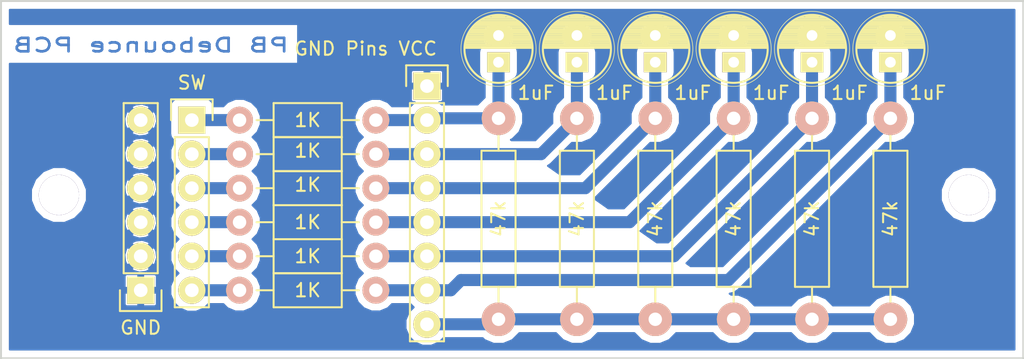
<source format=kicad_pcb>
(kicad_pcb (version 4) (host pcbnew 0.201601262101+6516~42~ubuntu15.10.1-product)

  (general
    (links 42)
    (no_connects 0)
    (area 73.729474 106.858999 157.126046 133.679001)
    (thickness 1.6)
    (drawings 6)
    (tracks 42)
    (zones 0)
    (modules 23)
    (nets 15)
  )

  (page A4)
  (layers
    (0 F.Cu jumper hide)
    (31 B.Cu mixed)
    (37 F.SilkS user hide)
    (44 Edge.Cuts user)
    (45 Margin user)
  )

  (setup
    (last_trace_width 0.9)
    (trace_clearance 0.5)
    (zone_clearance 0.508)
    (zone_45_only no)
    (trace_min 0.2)
    (segment_width 0.2)
    (edge_width 0.15)
    (via_size 0.6)
    (via_drill 0.4)
    (via_min_size 0.4)
    (via_min_drill 0.3)
    (uvia_size 0.3)
    (uvia_drill 0.1)
    (uvias_allowed no)
    (uvia_min_size 0.2)
    (uvia_min_drill 0.1)
    (pcb_text_width 0.3)
    (pcb_text_size 1.5 1.5)
    (mod_edge_width 0.15)
    (mod_text_size 1 1)
    (mod_text_width 0.15)
    (pad_size 1.49 2.2)
    (pad_drill 0.8)
    (pad_to_mask_clearance 0.2)
    (aux_axis_origin 0 0)
    (visible_elements FFFFFE7F)
    (pcbplotparams
      (layerselection 0x00000_fffffffe)
      (usegerberextensions false)
      (excludeedgelayer true)
      (linewidth 0.020000)
      (plotframeref false)
      (viasonmask false)
      (mode 1)
      (useauxorigin false)
      (hpglpennumber 1)
      (hpglpenspeed 20)
      (hpglpendiameter 15)
      (hpglpenoverlay 2)
      (psnegative false)
      (psa4output false)
      (plotreference true)
      (plotvalue true)
      (plotinvisibletext false)
      (padsonsilk false)
      (subtractmaskfromsilk false)
      (outputformat 1)
      (mirror false)
      (drillshape 0)
      (scaleselection 1)
      (outputdirectory GERBER/))
  )

  (net 0 "")
  (net 1 GND)
  (net 2 VCC)
  (net 3 /Pin1)
  (net 4 /Pin2)
  (net 5 /Pin5)
  (net 6 /Pin0)
  (net 7 /Pin3)
  (net 8 /Pin4)
  (net 9 /SW0)
  (net 10 /SW1)
  (net 11 /SW2)
  (net 12 /SW3)
  (net 13 /SW4)
  (net 14 /SW5)

  (net_class Default "This is the default net class."
    (clearance 0.5)
    (trace_width 0.9)
    (via_dia 0.6)
    (via_drill 0.4)
    (uvia_dia 0.3)
    (uvia_drill 0.1)
    (add_net /Pin0)
    (add_net /Pin1)
    (add_net /Pin2)
    (add_net /Pin3)
    (add_net /Pin4)
    (add_net /Pin5)
    (add_net /SW0)
    (add_net /SW1)
    (add_net /SW2)
    (add_net /SW3)
    (add_net /SW4)
    (add_net /SW5)
    (add_net GND)
    (add_net VCC)
  )

  (module Resistors_ThroughHole:Resistor_Horizontal_RM15mm (layer F.Cu) (tedit 56A8C3CE) (tstamp 56A60741)
    (at 142.494 123.19 90)
    (descr "Resistor, Axial, RM 15mm,")
    (tags "Resistor, Axial, RM 15mm,")
    (path /56929606)
    (fp_text reference R3 (at 0 -3.74904 90) (layer F.SilkS) hide
      (effects (font (size 1 1) (thickness 0.15)))
    )
    (fp_text value 47k (at 0 0 90) (layer F.SilkS)
      (effects (font (size 1 1) (thickness 0.15)))
    )
    (fp_line (start -5.08 -1.27) (end -5.08 1.27) (layer F.SilkS) (width 0.15))
    (fp_line (start -5.08 1.27) (end 5.08 1.27) (layer F.SilkS) (width 0.15))
    (fp_line (start 5.08 1.27) (end 5.08 -1.27) (layer F.SilkS) (width 0.15))
    (fp_line (start 5.08 -1.27) (end -5.08 -1.27) (layer F.SilkS) (width 0.15))
    (fp_line (start 6.35 0) (end 5.08 0) (layer F.SilkS) (width 0.15))
    (fp_line (start -6.35 0) (end -5.08 0) (layer F.SilkS) (width 0.15))
    (pad 1 thru_hole circle (at -7.5 0 90) (size 2.5 2.5) (drill 1.00076) (layers *.Cu *.SilkS *.Mask)
      (net 2 VCC))
    (pad 2 thru_hole circle (at 7.5 0 90) (size 2.5 2.5) (drill 1.00076) (layers *.Cu *.SilkS *.Mask)
      (net 5 /Pin5))
    (model Resistors_ThroughHole.3dshapes/Resistor_Horizontal_RM15mm.wrl
      (at (xyz 0 0 0))
      (scale (xyz 0.4 0.4 0.4))
      (rotate (xyz 0 0 0))
    )
  )

  (module Resistors_ThroughHole:Resistor_Horizontal_RM15mm (layer F.Cu) (tedit 56A8C38D) (tstamp 56A60746)
    (at 113.284 123.19 90)
    (descr "Resistor, Axial, RM 15mm,")
    (tags "Resistor, Axial, RM 15mm,")
    (path /56A60EA6)
    (fp_text reference R4 (at 0 -3.74904 90) (layer F.SilkS) hide
      (effects (font (size 1 1) (thickness 0.15)))
    )
    (fp_text value 47k (at 0 0 90) (layer F.SilkS)
      (effects (font (size 1 1) (thickness 0.15)))
    )
    (fp_line (start -5.08 -1.27) (end -5.08 1.27) (layer F.SilkS) (width 0.15))
    (fp_line (start -5.08 1.27) (end 5.08 1.27) (layer F.SilkS) (width 0.15))
    (fp_line (start 5.08 1.27) (end 5.08 -1.27) (layer F.SilkS) (width 0.15))
    (fp_line (start 5.08 -1.27) (end -5.08 -1.27) (layer F.SilkS) (width 0.15))
    (fp_line (start 6.35 0) (end 5.08 0) (layer F.SilkS) (width 0.15))
    (fp_line (start -6.35 0) (end -5.08 0) (layer F.SilkS) (width 0.15))
    (pad 1 thru_hole circle (at -7.5 0 90) (size 2.5 2.5) (drill 1.00076) (layers *.Cu *.SilkS *.Mask)
      (net 2 VCC))
    (pad 2 thru_hole circle (at 7.5 0 90) (size 2.5 2.5) (drill 1.00076) (layers *.Cu *.SilkS *.Mask)
      (net 6 /Pin0))
    (model Resistors_ThroughHole.3dshapes/Resistor_Horizontal_RM15mm.wrl
      (at (xyz 0 0 0))
      (scale (xyz 0.4 0.4 0.4))
      (rotate (xyz 0 0 0))
    )
  )

  (module Resistors_ThroughHole:Resistor_Horizontal_RM15mm (layer F.Cu) (tedit 56A8C3A0) (tstamp 56A60750)
    (at 119.126 123.19 90)
    (descr "Resistor, Axial, RM 15mm,")
    (tags "Resistor, Axial, RM 15mm,")
    (path /56A60E84)
    (fp_text reference R6 (at 0 -3.74904 90) (layer F.SilkS) hide
      (effects (font (size 1 1) (thickness 0.15)))
    )
    (fp_text value 47k (at 0 0 90) (layer F.SilkS)
      (effects (font (size 1 1) (thickness 0.15)))
    )
    (fp_line (start -5.08 -1.27) (end -5.08 1.27) (layer F.SilkS) (width 0.15))
    (fp_line (start -5.08 1.27) (end 5.08 1.27) (layer F.SilkS) (width 0.15))
    (fp_line (start 5.08 1.27) (end 5.08 -1.27) (layer F.SilkS) (width 0.15))
    (fp_line (start 5.08 -1.27) (end -5.08 -1.27) (layer F.SilkS) (width 0.15))
    (fp_line (start 6.35 0) (end 5.08 0) (layer F.SilkS) (width 0.15))
    (fp_line (start -6.35 0) (end -5.08 0) (layer F.SilkS) (width 0.15))
    (pad 1 thru_hole circle (at -7.5 0 90) (size 2.5 2.5) (drill 1.00076) (layers *.Cu *.SilkS *.Mask)
      (net 2 VCC))
    (pad 2 thru_hole circle (at 7.5 0 90) (size 2.5 2.5) (drill 1.00076) (layers *.Cu *.SilkS *.Mask)
      (net 3 /Pin1))
    (model Resistors_ThroughHole.3dshapes/Resistor_Horizontal_RM15mm.wrl
      (at (xyz 0 0 0))
      (scale (xyz 0.4 0.4 0.4))
      (rotate (xyz 0 0 0))
    )
  )

  (module Resistors_ThroughHole:Resistor_Horizontal_RM15mm (layer F.Cu) (tedit 56A8C3AC) (tstamp 56A6075A)
    (at 124.968 123.19 90)
    (descr "Resistor, Axial, RM 15mm,")
    (tags "Resistor, Axial, RM 15mm,")
    (path /56A60248)
    (fp_text reference R8 (at 0 -3.74904 90) (layer F.SilkS) hide
      (effects (font (size 1 1) (thickness 0.15)))
    )
    (fp_text value 47k (at 0 0 90) (layer F.SilkS)
      (effects (font (size 1 1) (thickness 0.15)))
    )
    (fp_line (start -5.08 -1.27) (end -5.08 1.27) (layer F.SilkS) (width 0.15))
    (fp_line (start -5.08 1.27) (end 5.08 1.27) (layer F.SilkS) (width 0.15))
    (fp_line (start 5.08 1.27) (end 5.08 -1.27) (layer F.SilkS) (width 0.15))
    (fp_line (start 5.08 -1.27) (end -5.08 -1.27) (layer F.SilkS) (width 0.15))
    (fp_line (start 6.35 0) (end 5.08 0) (layer F.SilkS) (width 0.15))
    (fp_line (start -6.35 0) (end -5.08 0) (layer F.SilkS) (width 0.15))
    (pad 1 thru_hole circle (at -7.5 0 90) (size 2.5 2.5) (drill 1.00076) (layers *.Cu *.SilkS *.Mask)
      (net 2 VCC))
    (pad 2 thru_hole circle (at 7.5 0 90) (size 2.5 2.5) (drill 1.00076) (layers *.Cu *.SilkS *.Mask)
      (net 4 /Pin2))
    (model Resistors_ThroughHole.3dshapes/Resistor_Horizontal_RM15mm.wrl
      (at (xyz 0 0 0))
      (scale (xyz 0.4 0.4 0.4))
      (rotate (xyz 0 0 0))
    )
  )

  (module Resistors_ThroughHole:Resistor_Horizontal_RM15mm (layer F.Cu) (tedit 56A8C3B7) (tstamp 56A60764)
    (at 130.81 123.19 90)
    (descr "Resistor, Axial, RM 15mm,")
    (tags "Resistor, Axial, RM 15mm,")
    (path /56A60226)
    (fp_text reference R10 (at 0 -3.74904 90) (layer F.SilkS) hide
      (effects (font (size 1 1) (thickness 0.15)))
    )
    (fp_text value 47k (at 0 0 90) (layer F.SilkS)
      (effects (font (size 1 1) (thickness 0.15)))
    )
    (fp_line (start -5.08 -1.27) (end -5.08 1.27) (layer F.SilkS) (width 0.15))
    (fp_line (start -5.08 1.27) (end 5.08 1.27) (layer F.SilkS) (width 0.15))
    (fp_line (start 5.08 1.27) (end 5.08 -1.27) (layer F.SilkS) (width 0.15))
    (fp_line (start 5.08 -1.27) (end -5.08 -1.27) (layer F.SilkS) (width 0.15))
    (fp_line (start 6.35 0) (end 5.08 0) (layer F.SilkS) (width 0.15))
    (fp_line (start -6.35 0) (end -5.08 0) (layer F.SilkS) (width 0.15))
    (pad 1 thru_hole circle (at -7.5 0 90) (size 2.5 2.5) (drill 1.00076) (layers *.Cu *.SilkS *.Mask)
      (net 2 VCC))
    (pad 2 thru_hole circle (at 7.5 0 90) (size 2.5 2.5) (drill 1.00076) (layers *.Cu *.SilkS *.Mask)
      (net 7 /Pin3))
    (model Resistors_ThroughHole.3dshapes/Resistor_Horizontal_RM15mm.wrl
      (at (xyz 0 0 0))
      (scale (xyz 0.4 0.4 0.4))
      (rotate (xyz 0 0 0))
    )
  )

  (module Resistors_ThroughHole:Resistor_Horizontal_RM15mm (layer F.Cu) (tedit 56A8C3C5) (tstamp 56A6076E)
    (at 136.652 123.19 90)
    (descr "Resistor, Axial, RM 15mm,")
    (tags "Resistor, Axial, RM 15mm,")
    (path /56A5EEE4)
    (fp_text reference R12 (at 0 -3.74904 90) (layer F.SilkS) hide
      (effects (font (size 1 1) (thickness 0.15)))
    )
    (fp_text value 47k (at 0 0 90) (layer F.SilkS)
      (effects (font (size 1 1) (thickness 0.15)))
    )
    (fp_line (start -5.08 -1.27) (end -5.08 1.27) (layer F.SilkS) (width 0.15))
    (fp_line (start -5.08 1.27) (end 5.08 1.27) (layer F.SilkS) (width 0.15))
    (fp_line (start 5.08 1.27) (end 5.08 -1.27) (layer F.SilkS) (width 0.15))
    (fp_line (start 5.08 -1.27) (end -5.08 -1.27) (layer F.SilkS) (width 0.15))
    (fp_line (start 6.35 0) (end 5.08 0) (layer F.SilkS) (width 0.15))
    (fp_line (start -6.35 0) (end -5.08 0) (layer F.SilkS) (width 0.15))
    (pad 1 thru_hole circle (at -7.5 0 90) (size 2.5 2.5) (drill 1.00076) (layers *.Cu *.SilkS *.Mask)
      (net 2 VCC))
    (pad 2 thru_hole circle (at 7.5 0 90) (size 2.5 2.5) (drill 1.00076) (layers *.Cu *.SilkS *.Mask)
      (net 8 /Pin4))
    (model Resistors_ThroughHole.3dshapes/Resistor_Horizontal_RM15mm.wrl
      (at (xyz 0 0 0))
      (scale (xyz 0.4 0.4 0.4))
      (rotate (xyz 0 0 0))
    )
  )

  (module Resistors_ThroughHole:Resistor_Horizontal_RM10mm (layer F.Cu) (tedit 56A663A3) (tstamp 56A6082C)
    (at 99.06 115.824 180)
    (descr "Resistor, Axial,  RM 10mm, 1/3W,")
    (tags "Resistor, Axial, RM 10mm, 1/3W,")
    (path /56A60E90)
    (fp_text reference R1 (at 0.24892 -3.50012 180) (layer F.SilkS) hide
      (effects (font (size 1 1) (thickness 0.15)))
    )
    (fp_text value 1K (at 0 0 180) (layer F.SilkS)
      (effects (font (size 1 1) (thickness 0.15)))
    )
    (fp_line (start -2.54 -1.27) (end 2.54 -1.27) (layer F.SilkS) (width 0.15))
    (fp_line (start 2.54 -1.27) (end 2.54 1.27) (layer F.SilkS) (width 0.15))
    (fp_line (start 2.54 1.27) (end -2.54 1.27) (layer F.SilkS) (width 0.15))
    (fp_line (start -2.54 1.27) (end -2.54 -1.27) (layer F.SilkS) (width 0.15))
    (fp_line (start -2.54 0) (end -3.81 0) (layer F.SilkS) (width 0.15))
    (fp_line (start 2.54 0) (end 3.81 0) (layer F.SilkS) (width 0.15))
    (pad 1 thru_hole circle (at -5.08 0 180) (size 1.99898 1.99898) (drill 1.00076) (layers *.Cu *.SilkS *.Mask)
      (net 6 /Pin0))
    (pad 2 thru_hole circle (at 5.08 0 180) (size 1.99898 1.99898) (drill 1.00076) (layers *.Cu *.SilkS *.Mask)
      (net 9 /SW0))
    (model Resistors_ThroughHole.3dshapes/Resistor_Horizontal_RM10mm.wrl
      (at (xyz 0 0 0))
      (scale (xyz 0.4 0.4 0.4))
      (rotate (xyz 0 0 0))
    )
  )

  (module Resistors_ThroughHole:Resistor_Horizontal_RM10mm (layer F.Cu) (tedit 56A663D3) (tstamp 56A60831)
    (at 99.06 128.524 180)
    (descr "Resistor, Axial,  RM 10mm, 1/3W,")
    (tags "Resistor, Axial, RM 10mm, 1/3W,")
    (path /566DB317)
    (fp_text reference R2 (at 0.24892 -3.50012 180) (layer F.SilkS) hide
      (effects (font (size 1 1) (thickness 0.15)))
    )
    (fp_text value 1K (at 0 0 180) (layer F.SilkS)
      (effects (font (size 1 1) (thickness 0.15)))
    )
    (fp_line (start -2.54 -1.27) (end 2.54 -1.27) (layer F.SilkS) (width 0.15))
    (fp_line (start 2.54 -1.27) (end 2.54 1.27) (layer F.SilkS) (width 0.15))
    (fp_line (start 2.54 1.27) (end -2.54 1.27) (layer F.SilkS) (width 0.15))
    (fp_line (start -2.54 1.27) (end -2.54 -1.27) (layer F.SilkS) (width 0.15))
    (fp_line (start -2.54 0) (end -3.81 0) (layer F.SilkS) (width 0.15))
    (fp_line (start 2.54 0) (end 3.81 0) (layer F.SilkS) (width 0.15))
    (pad 1 thru_hole circle (at -5.08 0 180) (size 1.99898 1.99898) (drill 1.00076) (layers *.Cu *.SilkS *.Mask)
      (net 5 /Pin5))
    (pad 2 thru_hole circle (at 5.08 0 180) (size 1.99898 1.99898) (drill 1.00076) (layers *.Cu *.SilkS *.Mask)
      (net 14 /SW5))
    (model Resistors_ThroughHole.3dshapes/Resistor_Horizontal_RM10mm.wrl
      (at (xyz 0 0 0))
      (scale (xyz 0.4 0.4 0.4))
      (rotate (xyz 0 0 0))
    )
  )

  (module Resistors_ThroughHole:Resistor_Horizontal_RM10mm (layer F.Cu) (tedit 56A663B0) (tstamp 56A60836)
    (at 99.06 118.364 180)
    (descr "Resistor, Axial,  RM 10mm, 1/3W,")
    (tags "Resistor, Axial, RM 10mm, 1/3W,")
    (path /56A60E6E)
    (fp_text reference R5 (at 0.24892 -3.50012 180) (layer F.SilkS) hide
      (effects (font (size 1 1) (thickness 0.15)))
    )
    (fp_text value 1K (at 0 0.254 180) (layer F.SilkS)
      (effects (font (size 1 1) (thickness 0.15)))
    )
    (fp_line (start -2.54 -1.27) (end 2.54 -1.27) (layer F.SilkS) (width 0.15))
    (fp_line (start 2.54 -1.27) (end 2.54 1.27) (layer F.SilkS) (width 0.15))
    (fp_line (start 2.54 1.27) (end -2.54 1.27) (layer F.SilkS) (width 0.15))
    (fp_line (start -2.54 1.27) (end -2.54 -1.27) (layer F.SilkS) (width 0.15))
    (fp_line (start -2.54 0) (end -3.81 0) (layer F.SilkS) (width 0.15))
    (fp_line (start 2.54 0) (end 3.81 0) (layer F.SilkS) (width 0.15))
    (pad 1 thru_hole circle (at -5.08 0 180) (size 1.99898 1.99898) (drill 1.00076) (layers *.Cu *.SilkS *.Mask)
      (net 3 /Pin1))
    (pad 2 thru_hole circle (at 5.08 0 180) (size 1.99898 1.99898) (drill 1.00076) (layers *.Cu *.SilkS *.Mask)
      (net 10 /SW1))
    (model Resistors_ThroughHole.3dshapes/Resistor_Horizontal_RM10mm.wrl
      (at (xyz 0 0 0))
      (scale (xyz 0.4 0.4 0.4))
      (rotate (xyz 0 0 0))
    )
  )

  (module Resistors_ThroughHole:Resistor_Horizontal_RM10mm (layer F.Cu) (tedit 56A663B7) (tstamp 56A6083B)
    (at 99.06 120.904 180)
    (descr "Resistor, Axial,  RM 10mm, 1/3W,")
    (tags "Resistor, Axial, RM 10mm, 1/3W,")
    (path /56A60232)
    (fp_text reference R7 (at 0.24892 -3.50012 180) (layer F.SilkS) hide
      (effects (font (size 1 1) (thickness 0.15)))
    )
    (fp_text value 1K (at 0 0.254 180) (layer F.SilkS)
      (effects (font (size 1 1) (thickness 0.15)))
    )
    (fp_line (start -2.54 -1.27) (end 2.54 -1.27) (layer F.SilkS) (width 0.15))
    (fp_line (start 2.54 -1.27) (end 2.54 1.27) (layer F.SilkS) (width 0.15))
    (fp_line (start 2.54 1.27) (end -2.54 1.27) (layer F.SilkS) (width 0.15))
    (fp_line (start -2.54 1.27) (end -2.54 -1.27) (layer F.SilkS) (width 0.15))
    (fp_line (start -2.54 0) (end -3.81 0) (layer F.SilkS) (width 0.15))
    (fp_line (start 2.54 0) (end 3.81 0) (layer F.SilkS) (width 0.15))
    (pad 1 thru_hole circle (at -5.08 0 180) (size 1.99898 1.99898) (drill 1.00076) (layers *.Cu *.SilkS *.Mask)
      (net 4 /Pin2))
    (pad 2 thru_hole circle (at 5.08 0 180) (size 1.99898 1.99898) (drill 1.00076) (layers *.Cu *.SilkS *.Mask)
      (net 11 /SW2))
    (model Resistors_ThroughHole.3dshapes/Resistor_Horizontal_RM10mm.wrl
      (at (xyz 0 0 0))
      (scale (xyz 0.4 0.4 0.4))
      (rotate (xyz 0 0 0))
    )
  )

  (module Resistors_ThroughHole:Resistor_Horizontal_RM10mm (layer F.Cu) (tedit 56A663BF) (tstamp 56A60840)
    (at 99.06 123.444 180)
    (descr "Resistor, Axial,  RM 10mm, 1/3W,")
    (tags "Resistor, Axial, RM 10mm, 1/3W,")
    (path /56A60210)
    (fp_text reference R9 (at 0.24892 -3.50012 180) (layer F.SilkS) hide
      (effects (font (size 1 1) (thickness 0.15)))
    )
    (fp_text value 1K (at 0 0 180) (layer F.SilkS)
      (effects (font (size 1 1) (thickness 0.15)))
    )
    (fp_line (start -2.54 -1.27) (end 2.54 -1.27) (layer F.SilkS) (width 0.15))
    (fp_line (start 2.54 -1.27) (end 2.54 1.27) (layer F.SilkS) (width 0.15))
    (fp_line (start 2.54 1.27) (end -2.54 1.27) (layer F.SilkS) (width 0.15))
    (fp_line (start -2.54 1.27) (end -2.54 -1.27) (layer F.SilkS) (width 0.15))
    (fp_line (start -2.54 0) (end -3.81 0) (layer F.SilkS) (width 0.15))
    (fp_line (start 2.54 0) (end 3.81 0) (layer F.SilkS) (width 0.15))
    (pad 1 thru_hole circle (at -5.08 0 180) (size 1.99898 1.99898) (drill 1.00076) (layers *.Cu *.SilkS *.Mask)
      (net 7 /Pin3))
    (pad 2 thru_hole circle (at 5.08 0 180) (size 1.99898 1.99898) (drill 1.00076) (layers *.Cu *.SilkS *.Mask)
      (net 12 /SW3))
    (model Resistors_ThroughHole.3dshapes/Resistor_Horizontal_RM10mm.wrl
      (at (xyz 0 0 0))
      (scale (xyz 0.4 0.4 0.4))
      (rotate (xyz 0 0 0))
    )
  )

  (module Resistors_ThroughHole:Resistor_Horizontal_RM10mm (layer F.Cu) (tedit 56A663CE) (tstamp 56A60845)
    (at 99.06 125.984 180)
    (descr "Resistor, Axial,  RM 10mm, 1/3W,")
    (tags "Resistor, Axial, RM 10mm, 1/3W,")
    (path /56A5EECE)
    (fp_text reference R11 (at 0.24892 -3.50012 180) (layer F.SilkS) hide
      (effects (font (size 1 1) (thickness 0.15)))
    )
    (fp_text value 1K (at 0 0 180) (layer F.SilkS)
      (effects (font (size 1 1) (thickness 0.15)))
    )
    (fp_line (start -2.54 -1.27) (end 2.54 -1.27) (layer F.SilkS) (width 0.15))
    (fp_line (start 2.54 -1.27) (end 2.54 1.27) (layer F.SilkS) (width 0.15))
    (fp_line (start 2.54 1.27) (end -2.54 1.27) (layer F.SilkS) (width 0.15))
    (fp_line (start -2.54 1.27) (end -2.54 -1.27) (layer F.SilkS) (width 0.15))
    (fp_line (start -2.54 0) (end -3.81 0) (layer F.SilkS) (width 0.15))
    (fp_line (start 2.54 0) (end 3.81 0) (layer F.SilkS) (width 0.15))
    (pad 1 thru_hole circle (at -5.08 0 180) (size 1.99898 1.99898) (drill 1.00076) (layers *.Cu *.SilkS *.Mask)
      (net 8 /Pin4))
    (pad 2 thru_hole circle (at 5.08 0 180) (size 1.99898 1.99898) (drill 1.00076) (layers *.Cu *.SilkS *.Mask)
      (net 13 /SW4))
    (model Resistors_ThroughHole.3dshapes/Resistor_Horizontal_RM10mm.wrl
      (at (xyz 0 0 0))
      (scale (xyz 0.4 0.4 0.4))
      (rotate (xyz 0 0 0))
    )
  )

  (module Mounting_Holes:MountingHole_3mm (layer F.Cu) (tedit 56A60C37) (tstamp 56A60CC0)
    (at 80.518 121.412)
    (descr "Mounting hole, Befestigungsbohrung, 3mm, No Annular, Kein Restring,")
    (tags "Mounting hole, Befestigungsbohrung, 3mm, No Annular, Kein Restring,")
    (fp_text reference REF** (at 0 -4.0005) (layer F.SilkS) hide
      (effects (font (size 1 1) (thickness 0.15)))
    )
    (fp_text value MountingHole_3mm (at 1.00076 5.00126) (layer F.Fab) hide
      (effects (font (size 1 1) (thickness 0.15)))
    )
    (fp_circle (center 0 0) (end 3 0) (layer Cmts.User) (width 0.381))
    (pad 1 thru_hole circle (at 0 0) (size 3 3) (drill 3) (layers))
  )

  (module Mounting_Holes:MountingHole_3mm (layer F.Cu) (tedit 56A60C3C) (tstamp 56A60CC1)
    (at 148.336 121.412)
    (descr "Mounting hole, Befestigungsbohrung, 3mm, No Annular, Kein Restring,")
    (tags "Mounting hole, Befestigungsbohrung, 3mm, No Annular, Kein Restring,")
    (fp_text reference REF** (at 0 -4.0005) (layer F.SilkS) hide
      (effects (font (size 1 1) (thickness 0.15)))
    )
    (fp_text value MountingHole_3mm (at 1.00076 5.00126) (layer F.Fab) hide
      (effects (font (size 1 1) (thickness 0.15)))
    )
    (fp_circle (center 0 0) (end 3 0) (layer Cmts.User) (width 0.381))
    (pad 1 thru_hole circle (at 0 0) (size 3 3) (drill 3) (layers))
  )

  (module misc:C_Radial_D5_L11_P2 (layer F.Cu) (tedit 56A8C4D5) (tstamp 56A5ED06)
    (at 142.494 111.506 90)
    (descr "Radial Electrolytic Capacitor 5mm x Length 11mm, Pitch 2mm")
    (tags "Electrolytic Capacitor")
    (path /5675BF29)
    (fp_text reference C1 (at 1 -3.8 90) (layer F.SilkS) hide
      (effects (font (size 1 1) (thickness 0.15)))
    )
    (fp_text value 1uF (at -2.286 2.794 180) (layer F.SilkS)
      (effects (font (size 1 1) (thickness 0.15)))
    )
    (fp_line (start 1.075 -2.499) (end 1.075 2.499) (layer F.SilkS) (width 0.15))
    (fp_line (start 1.215 -2.491) (end 1.215 -0.154) (layer F.SilkS) (width 0.15))
    (fp_line (start 1.215 0.154) (end 1.215 2.491) (layer F.SilkS) (width 0.15))
    (fp_line (start 1.355 -2.475) (end 1.355 -0.473) (layer F.SilkS) (width 0.15))
    (fp_line (start 1.355 0.473) (end 1.355 2.475) (layer F.SilkS) (width 0.15))
    (fp_line (start 1.495 -2.451) (end 1.495 -0.62) (layer F.SilkS) (width 0.15))
    (fp_line (start 1.495 0.62) (end 1.495 2.451) (layer F.SilkS) (width 0.15))
    (fp_line (start 1.635 -2.418) (end 1.635 -0.712) (layer F.SilkS) (width 0.15))
    (fp_line (start 1.635 0.712) (end 1.635 2.418) (layer F.SilkS) (width 0.15))
    (fp_line (start 1.775 -2.377) (end 1.775 -0.768) (layer F.SilkS) (width 0.15))
    (fp_line (start 1.775 0.768) (end 1.775 2.377) (layer F.SilkS) (width 0.15))
    (fp_line (start 1.915 -2.327) (end 1.915 -0.795) (layer F.SilkS) (width 0.15))
    (fp_line (start 1.915 0.795) (end 1.915 2.327) (layer F.SilkS) (width 0.15))
    (fp_line (start 2.055 -2.266) (end 2.055 -0.798) (layer F.SilkS) (width 0.15))
    (fp_line (start 2.055 0.798) (end 2.055 2.266) (layer F.SilkS) (width 0.15))
    (fp_line (start 2.195 -2.196) (end 2.195 -0.776) (layer F.SilkS) (width 0.15))
    (fp_line (start 2.195 0.776) (end 2.195 2.196) (layer F.SilkS) (width 0.15))
    (fp_line (start 2.335 -2.114) (end 2.335 -0.726) (layer F.SilkS) (width 0.15))
    (fp_line (start 2.335 0.726) (end 2.335 2.114) (layer F.SilkS) (width 0.15))
    (fp_line (start 2.475 -2.019) (end 2.475 -0.644) (layer F.SilkS) (width 0.15))
    (fp_line (start 2.475 0.644) (end 2.475 2.019) (layer F.SilkS) (width 0.15))
    (fp_line (start 2.615 -1.908) (end 2.615 -0.512) (layer F.SilkS) (width 0.15))
    (fp_line (start 2.615 0.512) (end 2.615 1.908) (layer F.SilkS) (width 0.15))
    (fp_line (start 2.755 -1.78) (end 2.755 -0.265) (layer F.SilkS) (width 0.15))
    (fp_line (start 2.755 0.265) (end 2.755 1.78) (layer F.SilkS) (width 0.15))
    (fp_line (start 2.895 -1.631) (end 2.895 1.631) (layer F.SilkS) (width 0.15))
    (fp_line (start 3.035 -1.452) (end 3.035 1.452) (layer F.SilkS) (width 0.15))
    (fp_line (start 3.175 -1.233) (end 3.175 1.233) (layer F.SilkS) (width 0.15))
    (fp_line (start 3.315 -0.944) (end 3.315 0.944) (layer F.SilkS) (width 0.15))
    (fp_line (start 3.455 -0.472) (end 3.455 0.472) (layer F.SilkS) (width 0.15))
    (fp_circle (center 2 0) (end 2 -0.8) (layer F.SilkS) (width 0.15))
    (fp_circle (center 1 0) (end 1 -2.5375) (layer F.SilkS) (width 0.15))
    (fp_circle (center 1 0) (end 1 -2.8) (layer F.SilkS) (width 0.05))
    (pad 1 thru_hole rect (at 0 0 90) (size 1.49 1.7) (drill 0.8) (layers *.Cu *.Mask F.SilkS)
      (net 5 /Pin5))
    (pad 2 thru_hole oval (at 2 0 90) (size 1.49 2.2) (drill 0.8) (layers *.Cu *.Mask F.SilkS)
      (net 1 GND))
    (model Capacitors_ThroughHole.3dshapes/C_Radial_D5_L11_P2.wrl
      (at (xyz 0 0 0))
      (scale (xyz 1 1 1))
      (rotate (xyz 0 0 0))
    )
  )

  (module misc:C_Radial_D5_L11_P2 (layer F.Cu) (tedit 56A8C4BE) (tstamp 56A5ED12)
    (at 119.126 111.506 90)
    (descr "Radial Electrolytic Capacitor 5mm x Length 11mm, Pitch 2mm")
    (tags "Electrolytic Capacitor")
    (path /56A60E7C)
    (fp_text reference C3 (at 1 -3.8 90) (layer F.SilkS) hide
      (effects (font (size 1 1) (thickness 0.15)))
    )
    (fp_text value 1uF (at -2.286 2.794 180) (layer F.SilkS)
      (effects (font (size 1 1) (thickness 0.15)))
    )
    (fp_line (start 1.075 -2.499) (end 1.075 2.499) (layer F.SilkS) (width 0.15))
    (fp_line (start 1.215 -2.491) (end 1.215 -0.154) (layer F.SilkS) (width 0.15))
    (fp_line (start 1.215 0.154) (end 1.215 2.491) (layer F.SilkS) (width 0.15))
    (fp_line (start 1.355 -2.475) (end 1.355 -0.473) (layer F.SilkS) (width 0.15))
    (fp_line (start 1.355 0.473) (end 1.355 2.475) (layer F.SilkS) (width 0.15))
    (fp_line (start 1.495 -2.451) (end 1.495 -0.62) (layer F.SilkS) (width 0.15))
    (fp_line (start 1.495 0.62) (end 1.495 2.451) (layer F.SilkS) (width 0.15))
    (fp_line (start 1.635 -2.418) (end 1.635 -0.712) (layer F.SilkS) (width 0.15))
    (fp_line (start 1.635 0.712) (end 1.635 2.418) (layer F.SilkS) (width 0.15))
    (fp_line (start 1.775 -2.377) (end 1.775 -0.768) (layer F.SilkS) (width 0.15))
    (fp_line (start 1.775 0.768) (end 1.775 2.377) (layer F.SilkS) (width 0.15))
    (fp_line (start 1.915 -2.327) (end 1.915 -0.795) (layer F.SilkS) (width 0.15))
    (fp_line (start 1.915 0.795) (end 1.915 2.327) (layer F.SilkS) (width 0.15))
    (fp_line (start 2.055 -2.266) (end 2.055 -0.798) (layer F.SilkS) (width 0.15))
    (fp_line (start 2.055 0.798) (end 2.055 2.266) (layer F.SilkS) (width 0.15))
    (fp_line (start 2.195 -2.196) (end 2.195 -0.776) (layer F.SilkS) (width 0.15))
    (fp_line (start 2.195 0.776) (end 2.195 2.196) (layer F.SilkS) (width 0.15))
    (fp_line (start 2.335 -2.114) (end 2.335 -0.726) (layer F.SilkS) (width 0.15))
    (fp_line (start 2.335 0.726) (end 2.335 2.114) (layer F.SilkS) (width 0.15))
    (fp_line (start 2.475 -2.019) (end 2.475 -0.644) (layer F.SilkS) (width 0.15))
    (fp_line (start 2.475 0.644) (end 2.475 2.019) (layer F.SilkS) (width 0.15))
    (fp_line (start 2.615 -1.908) (end 2.615 -0.512) (layer F.SilkS) (width 0.15))
    (fp_line (start 2.615 0.512) (end 2.615 1.908) (layer F.SilkS) (width 0.15))
    (fp_line (start 2.755 -1.78) (end 2.755 -0.265) (layer F.SilkS) (width 0.15))
    (fp_line (start 2.755 0.265) (end 2.755 1.78) (layer F.SilkS) (width 0.15))
    (fp_line (start 2.895 -1.631) (end 2.895 1.631) (layer F.SilkS) (width 0.15))
    (fp_line (start 3.035 -1.452) (end 3.035 1.452) (layer F.SilkS) (width 0.15))
    (fp_line (start 3.175 -1.233) (end 3.175 1.233) (layer F.SilkS) (width 0.15))
    (fp_line (start 3.315 -0.944) (end 3.315 0.944) (layer F.SilkS) (width 0.15))
    (fp_line (start 3.455 -0.472) (end 3.455 0.472) (layer F.SilkS) (width 0.15))
    (fp_circle (center 2 0) (end 2 -0.8) (layer F.SilkS) (width 0.15))
    (fp_circle (center 1 0) (end 1 -2.5375) (layer F.SilkS) (width 0.15))
    (fp_circle (center 1 0) (end 1 -2.8) (layer F.SilkS) (width 0.05))
    (pad 1 thru_hole rect (at 0 0 90) (size 1.49 1.7) (drill 0.8) (layers *.Cu *.Mask F.SilkS)
      (net 3 /Pin1))
    (pad 2 thru_hole oval (at 2 0 90) (size 1.49 2.2) (drill 0.8) (layers *.Cu *.Mask F.SilkS)
      (net 1 GND))
    (model Capacitors_ThroughHole.3dshapes/C_Radial_D5_L11_P2.wrl
      (at (xyz 0 0 0))
      (scale (xyz 1 1 1))
      (rotate (xyz 0 0 0))
    )
  )

  (module misc:C_Radial_D5_L11_P2 (layer F.Cu) (tedit 56A8C4C7) (tstamp 56A5ED18)
    (at 124.968 111.506 90)
    (descr "Radial Electrolytic Capacitor 5mm x Length 11mm, Pitch 2mm")
    (tags "Electrolytic Capacitor")
    (path /56A60240)
    (fp_text reference C4 (at 1 -3.8 90) (layer F.SilkS) hide
      (effects (font (size 1 1) (thickness 0.15)))
    )
    (fp_text value 1uF (at -2.286 2.794 180) (layer F.SilkS)
      (effects (font (size 1 1) (thickness 0.15)))
    )
    (fp_line (start 1.075 -2.499) (end 1.075 2.499) (layer F.SilkS) (width 0.15))
    (fp_line (start 1.215 -2.491) (end 1.215 -0.154) (layer F.SilkS) (width 0.15))
    (fp_line (start 1.215 0.154) (end 1.215 2.491) (layer F.SilkS) (width 0.15))
    (fp_line (start 1.355 -2.475) (end 1.355 -0.473) (layer F.SilkS) (width 0.15))
    (fp_line (start 1.355 0.473) (end 1.355 2.475) (layer F.SilkS) (width 0.15))
    (fp_line (start 1.495 -2.451) (end 1.495 -0.62) (layer F.SilkS) (width 0.15))
    (fp_line (start 1.495 0.62) (end 1.495 2.451) (layer F.SilkS) (width 0.15))
    (fp_line (start 1.635 -2.418) (end 1.635 -0.712) (layer F.SilkS) (width 0.15))
    (fp_line (start 1.635 0.712) (end 1.635 2.418) (layer F.SilkS) (width 0.15))
    (fp_line (start 1.775 -2.377) (end 1.775 -0.768) (layer F.SilkS) (width 0.15))
    (fp_line (start 1.775 0.768) (end 1.775 2.377) (layer F.SilkS) (width 0.15))
    (fp_line (start 1.915 -2.327) (end 1.915 -0.795) (layer F.SilkS) (width 0.15))
    (fp_line (start 1.915 0.795) (end 1.915 2.327) (layer F.SilkS) (width 0.15))
    (fp_line (start 2.055 -2.266) (end 2.055 -0.798) (layer F.SilkS) (width 0.15))
    (fp_line (start 2.055 0.798) (end 2.055 2.266) (layer F.SilkS) (width 0.15))
    (fp_line (start 2.195 -2.196) (end 2.195 -0.776) (layer F.SilkS) (width 0.15))
    (fp_line (start 2.195 0.776) (end 2.195 2.196) (layer F.SilkS) (width 0.15))
    (fp_line (start 2.335 -2.114) (end 2.335 -0.726) (layer F.SilkS) (width 0.15))
    (fp_line (start 2.335 0.726) (end 2.335 2.114) (layer F.SilkS) (width 0.15))
    (fp_line (start 2.475 -2.019) (end 2.475 -0.644) (layer F.SilkS) (width 0.15))
    (fp_line (start 2.475 0.644) (end 2.475 2.019) (layer F.SilkS) (width 0.15))
    (fp_line (start 2.615 -1.908) (end 2.615 -0.512) (layer F.SilkS) (width 0.15))
    (fp_line (start 2.615 0.512) (end 2.615 1.908) (layer F.SilkS) (width 0.15))
    (fp_line (start 2.755 -1.78) (end 2.755 -0.265) (layer F.SilkS) (width 0.15))
    (fp_line (start 2.755 0.265) (end 2.755 1.78) (layer F.SilkS) (width 0.15))
    (fp_line (start 2.895 -1.631) (end 2.895 1.631) (layer F.SilkS) (width 0.15))
    (fp_line (start 3.035 -1.452) (end 3.035 1.452) (layer F.SilkS) (width 0.15))
    (fp_line (start 3.175 -1.233) (end 3.175 1.233) (layer F.SilkS) (width 0.15))
    (fp_line (start 3.315 -0.944) (end 3.315 0.944) (layer F.SilkS) (width 0.15))
    (fp_line (start 3.455 -0.472) (end 3.455 0.472) (layer F.SilkS) (width 0.15))
    (fp_circle (center 2 0) (end 2 -0.8) (layer F.SilkS) (width 0.15))
    (fp_circle (center 1 0) (end 1 -2.5375) (layer F.SilkS) (width 0.15))
    (fp_circle (center 1 0) (end 1 -2.8) (layer F.SilkS) (width 0.05))
    (pad 1 thru_hole rect (at 0 0 90) (size 1.49 1.7) (drill 0.8) (layers *.Cu *.Mask F.SilkS)
      (net 4 /Pin2))
    (pad 2 thru_hole oval (at 2 0 90) (size 1.49 2.2) (drill 0.8) (layers *.Cu *.Mask F.SilkS)
      (net 1 GND))
    (model Capacitors_ThroughHole.3dshapes/C_Radial_D5_L11_P2.wrl
      (at (xyz 0 0 0))
      (scale (xyz 1 1 1))
      (rotate (xyz 0 0 0))
    )
  )

  (module misc:C_Radial_D5_L11_P2 (layer F.Cu) (tedit 56A8C4CC) (tstamp 56A5ED1E)
    (at 130.81 111.506 90)
    (descr "Radial Electrolytic Capacitor 5mm x Length 11mm, Pitch 2mm")
    (tags "Electrolytic Capacitor")
    (path /56A6021E)
    (fp_text reference C5 (at 1 -3.8 90) (layer F.SilkS) hide
      (effects (font (size 1 1) (thickness 0.15)))
    )
    (fp_text value 1uF (at -2.286 2.794 180) (layer F.SilkS)
      (effects (font (size 1 1) (thickness 0.15)))
    )
    (fp_line (start 1.075 -2.499) (end 1.075 2.499) (layer F.SilkS) (width 0.15))
    (fp_line (start 1.215 -2.491) (end 1.215 -0.154) (layer F.SilkS) (width 0.15))
    (fp_line (start 1.215 0.154) (end 1.215 2.491) (layer F.SilkS) (width 0.15))
    (fp_line (start 1.355 -2.475) (end 1.355 -0.473) (layer F.SilkS) (width 0.15))
    (fp_line (start 1.355 0.473) (end 1.355 2.475) (layer F.SilkS) (width 0.15))
    (fp_line (start 1.495 -2.451) (end 1.495 -0.62) (layer F.SilkS) (width 0.15))
    (fp_line (start 1.495 0.62) (end 1.495 2.451) (layer F.SilkS) (width 0.15))
    (fp_line (start 1.635 -2.418) (end 1.635 -0.712) (layer F.SilkS) (width 0.15))
    (fp_line (start 1.635 0.712) (end 1.635 2.418) (layer F.SilkS) (width 0.15))
    (fp_line (start 1.775 -2.377) (end 1.775 -0.768) (layer F.SilkS) (width 0.15))
    (fp_line (start 1.775 0.768) (end 1.775 2.377) (layer F.SilkS) (width 0.15))
    (fp_line (start 1.915 -2.327) (end 1.915 -0.795) (layer F.SilkS) (width 0.15))
    (fp_line (start 1.915 0.795) (end 1.915 2.327) (layer F.SilkS) (width 0.15))
    (fp_line (start 2.055 -2.266) (end 2.055 -0.798) (layer F.SilkS) (width 0.15))
    (fp_line (start 2.055 0.798) (end 2.055 2.266) (layer F.SilkS) (width 0.15))
    (fp_line (start 2.195 -2.196) (end 2.195 -0.776) (layer F.SilkS) (width 0.15))
    (fp_line (start 2.195 0.776) (end 2.195 2.196) (layer F.SilkS) (width 0.15))
    (fp_line (start 2.335 -2.114) (end 2.335 -0.726) (layer F.SilkS) (width 0.15))
    (fp_line (start 2.335 0.726) (end 2.335 2.114) (layer F.SilkS) (width 0.15))
    (fp_line (start 2.475 -2.019) (end 2.475 -0.644) (layer F.SilkS) (width 0.15))
    (fp_line (start 2.475 0.644) (end 2.475 2.019) (layer F.SilkS) (width 0.15))
    (fp_line (start 2.615 -1.908) (end 2.615 -0.512) (layer F.SilkS) (width 0.15))
    (fp_line (start 2.615 0.512) (end 2.615 1.908) (layer F.SilkS) (width 0.15))
    (fp_line (start 2.755 -1.78) (end 2.755 -0.265) (layer F.SilkS) (width 0.15))
    (fp_line (start 2.755 0.265) (end 2.755 1.78) (layer F.SilkS) (width 0.15))
    (fp_line (start 2.895 -1.631) (end 2.895 1.631) (layer F.SilkS) (width 0.15))
    (fp_line (start 3.035 -1.452) (end 3.035 1.452) (layer F.SilkS) (width 0.15))
    (fp_line (start 3.175 -1.233) (end 3.175 1.233) (layer F.SilkS) (width 0.15))
    (fp_line (start 3.315 -0.944) (end 3.315 0.944) (layer F.SilkS) (width 0.15))
    (fp_line (start 3.455 -0.472) (end 3.455 0.472) (layer F.SilkS) (width 0.15))
    (fp_circle (center 2 0) (end 2 -0.8) (layer F.SilkS) (width 0.15))
    (fp_circle (center 1 0) (end 1 -2.5375) (layer F.SilkS) (width 0.15))
    (fp_circle (center 1 0) (end 1 -2.8) (layer F.SilkS) (width 0.05))
    (pad 1 thru_hole rect (at 0 0 90) (size 1.49 1.7) (drill 0.8) (layers *.Cu *.Mask F.SilkS)
      (net 7 /Pin3))
    (pad 2 thru_hole oval (at 2 0 90) (size 1.49 2.2) (drill 0.8) (layers *.Cu *.Mask F.SilkS)
      (net 1 GND))
    (model Capacitors_ThroughHole.3dshapes/C_Radial_D5_L11_P2.wrl
      (at (xyz 0 0 0))
      (scale (xyz 1 1 1))
      (rotate (xyz 0 0 0))
    )
  )

  (module misc:C_Radial_D5_L11_P2 (layer F.Cu) (tedit 56A8C4D1) (tstamp 56A5ED24)
    (at 136.652 111.506 90)
    (descr "Radial Electrolytic Capacitor 5mm x Length 11mm, Pitch 2mm")
    (tags "Electrolytic Capacitor")
    (path /56A5EEDC)
    (fp_text reference C6 (at 1 -3.8 90) (layer F.SilkS) hide
      (effects (font (size 1 1) (thickness 0.15)))
    )
    (fp_text value 1uF (at -2.286 2.794 180) (layer F.SilkS)
      (effects (font (size 1 1) (thickness 0.15)))
    )
    (fp_line (start 1.075 -2.499) (end 1.075 2.499) (layer F.SilkS) (width 0.15))
    (fp_line (start 1.215 -2.491) (end 1.215 -0.154) (layer F.SilkS) (width 0.15))
    (fp_line (start 1.215 0.154) (end 1.215 2.491) (layer F.SilkS) (width 0.15))
    (fp_line (start 1.355 -2.475) (end 1.355 -0.473) (layer F.SilkS) (width 0.15))
    (fp_line (start 1.355 0.473) (end 1.355 2.475) (layer F.SilkS) (width 0.15))
    (fp_line (start 1.495 -2.451) (end 1.495 -0.62) (layer F.SilkS) (width 0.15))
    (fp_line (start 1.495 0.62) (end 1.495 2.451) (layer F.SilkS) (width 0.15))
    (fp_line (start 1.635 -2.418) (end 1.635 -0.712) (layer F.SilkS) (width 0.15))
    (fp_line (start 1.635 0.712) (end 1.635 2.418) (layer F.SilkS) (width 0.15))
    (fp_line (start 1.775 -2.377) (end 1.775 -0.768) (layer F.SilkS) (width 0.15))
    (fp_line (start 1.775 0.768) (end 1.775 2.377) (layer F.SilkS) (width 0.15))
    (fp_line (start 1.915 -2.327) (end 1.915 -0.795) (layer F.SilkS) (width 0.15))
    (fp_line (start 1.915 0.795) (end 1.915 2.327) (layer F.SilkS) (width 0.15))
    (fp_line (start 2.055 -2.266) (end 2.055 -0.798) (layer F.SilkS) (width 0.15))
    (fp_line (start 2.055 0.798) (end 2.055 2.266) (layer F.SilkS) (width 0.15))
    (fp_line (start 2.195 -2.196) (end 2.195 -0.776) (layer F.SilkS) (width 0.15))
    (fp_line (start 2.195 0.776) (end 2.195 2.196) (layer F.SilkS) (width 0.15))
    (fp_line (start 2.335 -2.114) (end 2.335 -0.726) (layer F.SilkS) (width 0.15))
    (fp_line (start 2.335 0.726) (end 2.335 2.114) (layer F.SilkS) (width 0.15))
    (fp_line (start 2.475 -2.019) (end 2.475 -0.644) (layer F.SilkS) (width 0.15))
    (fp_line (start 2.475 0.644) (end 2.475 2.019) (layer F.SilkS) (width 0.15))
    (fp_line (start 2.615 -1.908) (end 2.615 -0.512) (layer F.SilkS) (width 0.15))
    (fp_line (start 2.615 0.512) (end 2.615 1.908) (layer F.SilkS) (width 0.15))
    (fp_line (start 2.755 -1.78) (end 2.755 -0.265) (layer F.SilkS) (width 0.15))
    (fp_line (start 2.755 0.265) (end 2.755 1.78) (layer F.SilkS) (width 0.15))
    (fp_line (start 2.895 -1.631) (end 2.895 1.631) (layer F.SilkS) (width 0.15))
    (fp_line (start 3.035 -1.452) (end 3.035 1.452) (layer F.SilkS) (width 0.15))
    (fp_line (start 3.175 -1.233) (end 3.175 1.233) (layer F.SilkS) (width 0.15))
    (fp_line (start 3.315 -0.944) (end 3.315 0.944) (layer F.SilkS) (width 0.15))
    (fp_line (start 3.455 -0.472) (end 3.455 0.472) (layer F.SilkS) (width 0.15))
    (fp_circle (center 2 0) (end 2 -0.8) (layer F.SilkS) (width 0.15))
    (fp_circle (center 1 0) (end 1 -2.5375) (layer F.SilkS) (width 0.15))
    (fp_circle (center 1 0) (end 1 -2.8) (layer F.SilkS) (width 0.05))
    (pad 1 thru_hole rect (at 0 0 90) (size 1.49 1.7) (drill 0.8) (layers *.Cu *.Mask F.SilkS)
      (net 8 /Pin4))
    (pad 2 thru_hole oval (at 2 0 90) (size 1.49 2.2) (drill 0.8) (layers *.Cu *.Mask F.SilkS)
      (net 1 GND))
    (model Capacitors_ThroughHole.3dshapes/C_Radial_D5_L11_P2.wrl
      (at (xyz 0 0 0))
      (scale (xyz 1 1 1))
      (rotate (xyz 0 0 0))
    )
  )

  (module misc:C_Radial_D5_L11_P2 (layer F.Cu) (tedit 56A8C4AF) (tstamp 56A5ED0C)
    (at 113.284 111.506 90)
    (descr "Radial Electrolytic Capacitor 5mm x Length 11mm, Pitch 2mm")
    (tags "Electrolytic Capacitor")
    (path /56A60E9E)
    (fp_text reference C2 (at 1 -3.8 90) (layer F.SilkS) hide
      (effects (font (size 1 1) (thickness 0.15)))
    )
    (fp_text value 1uF (at -2.286 2.794 180) (layer F.SilkS)
      (effects (font (size 1 1) (thickness 0.15)))
    )
    (fp_line (start 1.075 -2.499) (end 1.075 2.499) (layer F.SilkS) (width 0.15))
    (fp_line (start 1.215 -2.491) (end 1.215 -0.154) (layer F.SilkS) (width 0.15))
    (fp_line (start 1.215 0.154) (end 1.215 2.491) (layer F.SilkS) (width 0.15))
    (fp_line (start 1.355 -2.475) (end 1.355 -0.473) (layer F.SilkS) (width 0.15))
    (fp_line (start 1.355 0.473) (end 1.355 2.475) (layer F.SilkS) (width 0.15))
    (fp_line (start 1.495 -2.451) (end 1.495 -0.62) (layer F.SilkS) (width 0.15))
    (fp_line (start 1.495 0.62) (end 1.495 2.451) (layer F.SilkS) (width 0.15))
    (fp_line (start 1.635 -2.418) (end 1.635 -0.712) (layer F.SilkS) (width 0.15))
    (fp_line (start 1.635 0.712) (end 1.635 2.418) (layer F.SilkS) (width 0.15))
    (fp_line (start 1.775 -2.377) (end 1.775 -0.768) (layer F.SilkS) (width 0.15))
    (fp_line (start 1.775 0.768) (end 1.775 2.377) (layer F.SilkS) (width 0.15))
    (fp_line (start 1.915 -2.327) (end 1.915 -0.795) (layer F.SilkS) (width 0.15))
    (fp_line (start 1.915 0.795) (end 1.915 2.327) (layer F.SilkS) (width 0.15))
    (fp_line (start 2.055 -2.266) (end 2.055 -0.798) (layer F.SilkS) (width 0.15))
    (fp_line (start 2.055 0.798) (end 2.055 2.266) (layer F.SilkS) (width 0.15))
    (fp_line (start 2.195 -2.196) (end 2.195 -0.776) (layer F.SilkS) (width 0.15))
    (fp_line (start 2.195 0.776) (end 2.195 2.196) (layer F.SilkS) (width 0.15))
    (fp_line (start 2.335 -2.114) (end 2.335 -0.726) (layer F.SilkS) (width 0.15))
    (fp_line (start 2.335 0.726) (end 2.335 2.114) (layer F.SilkS) (width 0.15))
    (fp_line (start 2.475 -2.019) (end 2.475 -0.644) (layer F.SilkS) (width 0.15))
    (fp_line (start 2.475 0.644) (end 2.475 2.019) (layer F.SilkS) (width 0.15))
    (fp_line (start 2.615 -1.908) (end 2.615 -0.512) (layer F.SilkS) (width 0.15))
    (fp_line (start 2.615 0.512) (end 2.615 1.908) (layer F.SilkS) (width 0.15))
    (fp_line (start 2.755 -1.78) (end 2.755 -0.265) (layer F.SilkS) (width 0.15))
    (fp_line (start 2.755 0.265) (end 2.755 1.78) (layer F.SilkS) (width 0.15))
    (fp_line (start 2.895 -1.631) (end 2.895 1.631) (layer F.SilkS) (width 0.15))
    (fp_line (start 3.035 -1.452) (end 3.035 1.452) (layer F.SilkS) (width 0.15))
    (fp_line (start 3.175 -1.233) (end 3.175 1.233) (layer F.SilkS) (width 0.15))
    (fp_line (start 3.315 -0.944) (end 3.315 0.944) (layer F.SilkS) (width 0.15))
    (fp_line (start 3.455 -0.472) (end 3.455 0.472) (layer F.SilkS) (width 0.15))
    (fp_circle (center 2 0) (end 2 -0.8) (layer F.SilkS) (width 0.15))
    (fp_circle (center 1 0) (end 1 -2.5375) (layer F.SilkS) (width 0.15))
    (fp_circle (center 1 0) (end 1 -2.8) (layer F.SilkS) (width 0.05))
    (pad 1 thru_hole rect (at 0 0 90) (size 1.49 1.7) (drill 0.8) (layers *.Cu *.Mask F.SilkS)
      (net 6 /Pin0))
    (pad 2 thru_hole oval (at 2 0 90) (size 1.49 2.2) (drill 0.8) (layers *.Cu *.Mask F.SilkS)
      (net 1 GND))
    (model Capacitors_ThroughHole.3dshapes/C_Radial_D5_L11_P2.wrl
      (at (xyz 0 0 0))
      (scale (xyz 1 1 1))
      (rotate (xyz 0 0 0))
    )
  )

  (module misc:Pin_Header_Straight_1x06 (layer F.Cu) (tedit 56A8C230) (tstamp 56A5ED3A)
    (at 90.424 115.824)
    (descr "Through hole pin header")
    (tags "pin header")
    (path /56A64C07)
    (fp_text reference SW (at 0 -2.794) (layer F.SilkS)
      (effects (font (size 1 1) (thickness 0.15)))
    )
    (fp_text value CONN_01X06 (at 0 -3.1) (layer F.Fab) hide
      (effects (font (size 1 1) (thickness 0.15)))
    )
    (fp_line (start -1.75 -1.75) (end -1.75 14.45) (layer F.CrtYd) (width 0.05))
    (fp_line (start 1.75 -1.75) (end 1.75 14.45) (layer F.CrtYd) (width 0.05))
    (fp_line (start -1.75 -1.75) (end 1.75 -1.75) (layer F.CrtYd) (width 0.05))
    (fp_line (start -1.75 14.45) (end 1.75 14.45) (layer F.CrtYd) (width 0.05))
    (fp_line (start 1.27 1.27) (end 1.27 13.97) (layer F.SilkS) (width 0.15))
    (fp_line (start 1.27 13.97) (end -1.27 13.97) (layer F.SilkS) (width 0.15))
    (fp_line (start -1.27 13.97) (end -1.27 1.27) (layer F.SilkS) (width 0.15))
    (fp_line (start 1.55 -1.55) (end 1.55 0) (layer F.SilkS) (width 0.15))
    (fp_line (start 1.27 1.27) (end -1.27 1.27) (layer F.SilkS) (width 0.15))
    (fp_line (start -1.55 0) (end -1.55 -1.55) (layer F.SilkS) (width 0.15))
    (fp_line (start -1.55 -1.55) (end 1.55 -1.55) (layer F.SilkS) (width 0.15))
    (pad 1 thru_hole rect (at 0 0) (size 2.032 2.032) (drill 1.016) (layers *.Cu *.Mask F.SilkS)
      (net 9 /SW0))
    (pad 2 thru_hole circle (at 0 2.54) (size 2.032 2.032) (drill 1.016) (layers *.Cu *.Mask F.SilkS)
      (net 10 /SW1))
    (pad 3 thru_hole circle (at 0 5.08) (size 2.032 2.032) (drill 1.016) (layers *.Cu *.Mask F.SilkS)
      (net 11 /SW2))
    (pad 4 thru_hole circle (at 0 7.62) (size 2.032 2.032) (drill 1.016) (layers *.Cu *.Mask F.SilkS)
      (net 12 /SW3))
    (pad 5 thru_hole circle (at 0 10.16) (size 2.032 2.032) (drill 1.016) (layers *.Cu *.Mask F.SilkS)
      (net 13 /SW4))
    (pad 6 thru_hole circle (at 0 12.7) (size 2.032 2.032) (drill 1.016) (layers *.Cu *.Mask F.SilkS)
      (net 14 /SW5))
    (model Pin_Headers.3dshapes/Pin_Header_Straight_1x06.wrl
      (at (xyz 0 -0.25 0))
      (scale (xyz 1 1 1))
      (rotate (xyz 0 0 90))
    )
  )

  (module misc:Pin_Header_Straight_1x06 (layer F.Cu) (tedit 56A8C230) (tstamp 56A5ED44)
    (at 86.614 128.524 180)
    (descr "Through hole pin header")
    (tags "pin header")
    (path /56A64C9B)
    (fp_text reference GND (at 0 -2.794 180) (layer F.SilkS)
      (effects (font (size 1 1) (thickness 0.15)))
    )
    (fp_text value CONN_01X06 (at 0 -3.1 180) (layer F.Fab) hide
      (effects (font (size 1 1) (thickness 0.15)))
    )
    (fp_line (start -1.75 -1.75) (end -1.75 14.45) (layer F.CrtYd) (width 0.05))
    (fp_line (start 1.75 -1.75) (end 1.75 14.45) (layer F.CrtYd) (width 0.05))
    (fp_line (start -1.75 -1.75) (end 1.75 -1.75) (layer F.CrtYd) (width 0.05))
    (fp_line (start -1.75 14.45) (end 1.75 14.45) (layer F.CrtYd) (width 0.05))
    (fp_line (start 1.27 1.27) (end 1.27 13.97) (layer F.SilkS) (width 0.15))
    (fp_line (start 1.27 13.97) (end -1.27 13.97) (layer F.SilkS) (width 0.15))
    (fp_line (start -1.27 13.97) (end -1.27 1.27) (layer F.SilkS) (width 0.15))
    (fp_line (start 1.55 -1.55) (end 1.55 0) (layer F.SilkS) (width 0.15))
    (fp_line (start 1.27 1.27) (end -1.27 1.27) (layer F.SilkS) (width 0.15))
    (fp_line (start -1.55 0) (end -1.55 -1.55) (layer F.SilkS) (width 0.15))
    (fp_line (start -1.55 -1.55) (end 1.55 -1.55) (layer F.SilkS) (width 0.15))
    (pad 1 thru_hole rect (at 0 0 180) (size 2.032 2.032) (drill 1.016) (layers *.Cu *.Mask F.SilkS)
      (net 1 GND))
    (pad 2 thru_hole circle (at 0 2.54 180) (size 2.032 2.032) (drill 1.016) (layers *.Cu *.Mask F.SilkS)
      (net 1 GND))
    (pad 3 thru_hole circle (at 0 5.08 180) (size 2.032 2.032) (drill 1.016) (layers *.Cu *.Mask F.SilkS)
      (net 1 GND))
    (pad 4 thru_hole circle (at 0 7.62 180) (size 2.032 2.032) (drill 1.016) (layers *.Cu *.Mask F.SilkS)
      (net 1 GND))
    (pad 5 thru_hole circle (at 0 10.16 180) (size 2.032 2.032) (drill 1.016) (layers *.Cu *.Mask F.SilkS)
      (net 1 GND))
    (pad 6 thru_hole circle (at 0 12.7 180) (size 2.032 2.032) (drill 1.016) (layers *.Cu *.Mask F.SilkS)
      (net 1 GND))
    (model Pin_Headers.3dshapes/Pin_Header_Straight_1x06.wrl
      (at (xyz 0 -0.25 0))
      (scale (xyz 1 1 1))
      (rotate (xyz 0 0 90))
    )
  )

  (module misc:Pin_Header_Straight_1x08 (layer F.Cu) (tedit 56A8C2DA) (tstamp 56A5ED30)
    (at 107.95 113.284)
    (descr "Through hole pin header")
    (tags "pin header")
    (path /56A64475)
    (fp_text reference "GND Pins VCC" (at -4.572 -2.794) (layer F.SilkS)
      (effects (font (size 1 1) (thickness 0.15)))
    )
    (fp_text value CONN_01X08 (at 0 -3.1) (layer F.Fab) hide
      (effects (font (size 1 1) (thickness 0.15)))
    )
    (fp_line (start -1.75 -1.75) (end -1.75 19.55) (layer F.CrtYd) (width 0.05))
    (fp_line (start 1.75 -1.75) (end 1.75 19.55) (layer F.CrtYd) (width 0.05))
    (fp_line (start -1.75 -1.75) (end 1.75 -1.75) (layer F.CrtYd) (width 0.05))
    (fp_line (start -1.75 19.55) (end 1.75 19.55) (layer F.CrtYd) (width 0.05))
    (fp_line (start 1.27 1.27) (end 1.27 19.05) (layer F.SilkS) (width 0.15))
    (fp_line (start 1.27 19.05) (end -1.27 19.05) (layer F.SilkS) (width 0.15))
    (fp_line (start -1.27 19.05) (end -1.27 1.27) (layer F.SilkS) (width 0.15))
    (fp_line (start 1.55 -1.55) (end 1.55 0) (layer F.SilkS) (width 0.15))
    (fp_line (start 1.27 1.27) (end -1.27 1.27) (layer F.SilkS) (width 0.15))
    (fp_line (start -1.55 0) (end -1.55 -1.55) (layer F.SilkS) (width 0.15))
    (fp_line (start -1.55 -1.55) (end 1.55 -1.55) (layer F.SilkS) (width 0.15))
    (pad 1 thru_hole rect (at 0 0) (size 2.032 2.032) (drill 1.016) (layers *.Cu *.Mask F.SilkS)
      (net 1 GND))
    (pad 2 thru_hole circle (at 0 2.54) (size 2.032 2.032) (drill 1.016) (layers *.Cu *.Mask F.SilkS)
      (net 6 /Pin0))
    (pad 3 thru_hole circle (at 0 5.08) (size 2.032 2.032) (drill 1.016) (layers *.Cu *.Mask F.SilkS)
      (net 3 /Pin1))
    (pad 4 thru_hole circle (at 0 7.62) (size 2.032 2.032) (drill 1.016) (layers *.Cu *.Mask F.SilkS)
      (net 4 /Pin2))
    (pad 5 thru_hole circle (at 0 10.16) (size 2.032 2.032) (drill 1.016) (layers *.Cu *.Mask F.SilkS)
      (net 7 /Pin3))
    (pad 6 thru_hole circle (at 0 12.7) (size 2.032 2.032) (drill 1.016) (layers *.Cu *.Mask F.SilkS)
      (net 8 /Pin4))
    (pad 7 thru_hole circle (at 0 15.24) (size 2.032 2.032) (drill 1.016) (layers *.Cu *.Mask F.SilkS)
      (net 5 /Pin5))
    (pad 8 thru_hole circle (at 0 17.78) (size 2.032 2.032) (drill 1.016) (layers *.Cu *.Mask F.SilkS)
      (net 2 VCC))
    (model Pin_Headers.3dshapes/Pin_Header_Straight_1x08.wrl
      (at (xyz 0 -0.35 0))
      (scale (xyz 1 1 1))
      (rotate (xyz 0 0 90))
    )
  )

  (gr_line (start 76.2 133.604) (end 76.2 120.396) (angle 90) (layer Edge.Cuts) (width 0.15))
  (gr_line (start 152.4 133.604) (end 76.2 133.604) (angle 90) (layer Edge.Cuts) (width 0.15))
  (gr_line (start 152.4 106.934) (end 152.4 133.604) (angle 90) (layer Edge.Cuts) (width 0.15))
  (gr_line (start 76.2 106.934) (end 152.4 106.934) (angle 90) (layer Edge.Cuts) (width 0.15))
  (gr_line (start 76.2 120.65) (end 76.2 106.934) (angle 90) (layer Edge.Cuts) (width 0.15))
  (gr_text "PB Debounce PCB" (at 87.376 110.236) (layer B.Cu)
    (effects (font (size 1 1.5) (thickness 0.2)) (justify mirror))
  )

  (segment (start 124.968 130.69) (end 130.81 130.69) (width 0.9) (layer B.Cu) (net 2))
  (segment (start 119.126 130.69) (end 124.968 130.69) (width 0.9) (layer B.Cu) (net 2))
  (segment (start 119.126 130.69) (end 113.284 130.69) (width 0.9) (layer B.Cu) (net 2))
  (segment (start 136.652 130.69) (end 130.81 130.69) (width 0.9) (layer B.Cu) (net 2))
  (segment (start 142.494 130.69) (end 136.652 130.69) (width 0.9) (layer B.Cu) (net 2))
  (segment (start 107.95 131.064) (end 112.91 131.064) (width 0.9) (layer B.Cu) (net 2) (status 10))
  (segment (start 112.91 131.064) (end 113.284 130.69) (width 0.9) (layer B.Cu) (net 2) (tstamp 56A607B6))
  (segment (start 107.95 118.364) (end 104.14 118.364) (width 0.9) (layer B.Cu) (net 3))
  (segment (start 119.126 111.506) (end 119.126 115.69) (width 0.9) (layer B.Cu) (net 3))
  (segment (start 107.95 118.364) (end 116.452 118.364) (width 0.9) (layer B.Cu) (net 3) (status 10))
  (segment (start 116.452 118.364) (end 119.126 115.69) (width 0.9) (layer B.Cu) (net 3) (tstamp 56A607A3))
  (segment (start 104.14 120.904) (end 107.95 120.904) (width 0.9) (layer B.Cu) (net 4))
  (segment (start 124.968 111.506) (end 124.968 115.69) (width 0.9) (layer B.Cu) (net 4))
  (segment (start 107.95 120.904) (end 119.754 120.904) (width 0.9) (layer B.Cu) (net 4) (status 10))
  (segment (start 119.754 120.904) (end 124.968 115.69) (width 0.9) (layer B.Cu) (net 4) (tstamp 56A607A6))
  (segment (start 107.95 128.524) (end 109.728 128.524) (width 0.9) (layer B.Cu) (net 5))
  (segment (start 130.422 127.762) (end 142.494 115.69) (width 0.9) (layer B.Cu) (net 5) (tstamp 56A8CB15))
  (segment (start 110.49 127.762) (end 130.422 127.762) (width 0.9) (layer B.Cu) (net 5) (tstamp 56A8CB14))
  (segment (start 109.728 128.524) (end 110.49 127.762) (width 0.9) (layer B.Cu) (net 5) (tstamp 56A8CB13))
  (segment (start 104.14 128.524) (end 107.95 128.524) (width 0.9) (layer B.Cu) (net 5))
  (segment (start 142.494 111.506) (end 142.494 115.69) (width 0.9) (layer B.Cu) (net 5))
  (segment (start 113.284 111.506) (end 113.284 115.69) (width 0.9) (layer B.Cu) (net 6))
  (segment (start 107.95 115.824) (end 104.14 115.824) (width 0.9) (layer B.Cu) (net 6) (status 20))
  (segment (start 113.284 115.69) (end 108.084 115.69) (width 0.9) (layer B.Cu) (net 6) (status 20))
  (segment (start 108.084 115.69) (end 107.95 115.824) (width 0.9) (layer B.Cu) (net 6) (tstamp 56A607A0) (status 30))
  (segment (start 104.14 123.444) (end 107.95 123.444) (width 0.9) (layer B.Cu) (net 7))
  (segment (start 130.81 111.506) (end 130.81 115.69) (width 0.9) (layer B.Cu) (net 7))
  (segment (start 104.14 123.444) (end 104.648 123.444) (width 0.9) (layer B.Cu) (net 7) (status 30))
  (segment (start 107.95 123.444) (end 123.056 123.444) (width 0.9) (layer B.Cu) (net 7) (status 10))
  (segment (start 123.056 123.444) (end 130.81 115.69) (width 0.9) (layer B.Cu) (net 7) (tstamp 56A607AA))
  (segment (start 104.14 125.984) (end 107.95 125.984) (width 0.9) (layer B.Cu) (net 8))
  (segment (start 136.652 111.506) (end 136.652 115.69) (width 0.9) (layer B.Cu) (net 8))
  (segment (start 107.95 125.984) (end 126.358 125.984) (width 0.9) (layer B.Cu) (net 8) (status 10))
  (segment (start 126.358 125.984) (end 136.652 115.69) (width 0.9) (layer B.Cu) (net 8) (tstamp 56A607AE))
  (segment (start 90.424 115.824) (end 93.98 115.824) (width 0.9) (layer B.Cu) (net 9))
  (segment (start 93.98 118.364) (end 90.424 118.364) (width 0.9) (layer B.Cu) (net 10))
  (segment (start 93.98 118.364) (end 93.472 118.364) (width 0.9) (layer B.Cu) (net 10) (status 30))
  (segment (start 90.424 120.904) (end 93.98 120.904) (width 0.9) (layer B.Cu) (net 11))
  (segment (start 93.98 123.444) (end 90.424 123.444) (width 0.9) (layer B.Cu) (net 12))
  (segment (start 93.726 123.19) (end 93.98 123.444) (width 0.9) (layer B.Cu) (net 12) (tstamp 56A602E0) (status 30))
  (segment (start 90.424 125.984) (end 93.98 125.984) (width 0.9) (layer B.Cu) (net 13))
  (segment (start 93.98 128.524) (end 90.424 128.524) (width 0.9) (layer B.Cu) (net 14))

  (zone (net 1) (net_name GND) (layer B.Cu) (tstamp 56A60DBB) (hatch edge 0.508)
    (connect_pads (clearance 0.508))
    (min_thickness 0.15)
    (fill yes (arc_segments 16) (thermal_gap 0.108) (thermal_bridge_width 0.508))
    (polygon
      (pts
        (xy 76.2 106.934) (xy 76.2 133.604) (xy 152.4 133.604) (xy 152.4 106.934)
      )
    )
    (filled_polygon
      (pts
        (xy 151.742 132.946) (xy 76.858 132.946) (xy 76.858 128.74875) (xy 85.415 128.74875) (xy 85.415 129.576401)
        (xy 85.44286 129.643661) (xy 85.494339 129.69514) (xy 85.561599 129.723) (xy 86.38925 129.723) (xy 86.435 129.67725)
        (xy 86.435 128.703) (xy 86.793 128.703) (xy 86.793 129.67725) (xy 86.83875 129.723) (xy 87.666401 129.723)
        (xy 87.733661 129.69514) (xy 87.78514 129.643661) (xy 87.813 129.576401) (xy 87.813 128.74875) (xy 87.76725 128.703)
        (xy 86.793 128.703) (xy 86.435 128.703) (xy 85.46075 128.703) (xy 85.415 128.74875) (xy 76.858 128.74875)
        (xy 76.858 127.471599) (xy 85.415 127.471599) (xy 85.415 128.29925) (xy 85.46075 128.345) (xy 86.435 128.345)
        (xy 86.435 127.37075) (xy 86.793 127.37075) (xy 86.793 128.345) (xy 87.76725 128.345) (xy 87.813 128.29925)
        (xy 87.813 127.471599) (xy 87.78514 127.404339) (xy 87.733661 127.35286) (xy 87.666401 127.325) (xy 86.83875 127.325)
        (xy 86.793 127.37075) (xy 86.435 127.37075) (xy 86.38925 127.325) (xy 85.561599 127.325) (xy 85.494339 127.35286)
        (xy 85.44286 127.404339) (xy 85.415 127.471599) (xy 76.858 127.471599) (xy 76.858 126.93297) (xy 85.918174 126.93297)
        (xy 86.047997 127.06757) (xy 86.505745 127.201688) (xy 86.979975 127.150424) (xy 87.180003 127.06757) (xy 87.309826 126.93297)
        (xy 86.614 126.237144) (xy 85.918174 126.93297) (xy 76.858 126.93297) (xy 76.858 125.875745) (xy 85.396312 125.875745)
        (xy 85.447576 126.349975) (xy 85.53043 126.550003) (xy 85.66503 126.679826) (xy 86.360856 125.984) (xy 86.867144 125.984)
        (xy 87.56297 126.679826) (xy 87.69757 126.550003) (xy 87.831688 126.092255) (xy 87.780424 125.618025) (xy 87.69757 125.417997)
        (xy 87.56297 125.288174) (xy 86.867144 125.984) (xy 86.360856 125.984) (xy 85.66503 125.288174) (xy 85.53043 125.417997)
        (xy 85.396312 125.875745) (xy 76.858 125.875745) (xy 76.858 125.03503) (xy 85.918174 125.03503) (xy 86.614 125.730856)
        (xy 87.309826 125.03503) (xy 87.180003 124.90043) (xy 86.722255 124.766312) (xy 86.248025 124.817576) (xy 86.047997 124.90043)
        (xy 85.918174 125.03503) (xy 76.858 125.03503) (xy 76.858 124.39297) (xy 85.918174 124.39297) (xy 86.047997 124.52757)
        (xy 86.505745 124.661688) (xy 86.979975 124.610424) (xy 87.180003 124.52757) (xy 87.309826 124.39297) (xy 86.614 123.697144)
        (xy 85.918174 124.39297) (xy 76.858 124.39297) (xy 76.858 121.824516) (xy 78.43464 121.824516) (xy 78.751089 122.590383)
        (xy 79.336535 123.176851) (xy 80.101848 123.494637) (xy 80.930516 123.49536) (xy 81.316814 123.335745) (xy 85.396312 123.335745)
        (xy 85.447576 123.809975) (xy 85.53043 124.010003) (xy 85.66503 124.139826) (xy 86.360856 123.444) (xy 86.867144 123.444)
        (xy 87.56297 124.139826) (xy 87.69757 124.010003) (xy 87.831688 123.552255) (xy 87.780424 123.078025) (xy 87.69757 122.877997)
        (xy 87.56297 122.748174) (xy 86.867144 123.444) (xy 86.360856 123.444) (xy 85.66503 122.748174) (xy 85.53043 122.877997)
        (xy 85.396312 123.335745) (xy 81.316814 123.335745) (xy 81.696383 123.178911) (xy 82.282851 122.593465) (xy 82.323724 122.49503)
        (xy 85.918174 122.49503) (xy 86.614 123.190856) (xy 87.309826 122.49503) (xy 87.180003 122.36043) (xy 86.722255 122.226312)
        (xy 86.248025 122.277576) (xy 86.047997 122.36043) (xy 85.918174 122.49503) (xy 82.323724 122.49503) (xy 82.590331 121.85297)
        (xy 85.918174 121.85297) (xy 86.047997 121.98757) (xy 86.505745 122.121688) (xy 86.979975 122.070424) (xy 87.180003 121.98757)
        (xy 87.309826 121.85297) (xy 86.614 121.157144) (xy 85.918174 121.85297) (xy 82.590331 121.85297) (xy 82.600637 121.828152)
        (xy 82.60136 120.999484) (xy 82.517177 120.795745) (xy 85.396312 120.795745) (xy 85.447576 121.269975) (xy 85.53043 121.470003)
        (xy 85.66503 121.599826) (xy 86.360856 120.904) (xy 86.867144 120.904) (xy 87.56297 121.599826) (xy 87.69757 121.470003)
        (xy 87.831688 121.012255) (xy 87.780424 120.538025) (xy 87.69757 120.337997) (xy 87.56297 120.208174) (xy 86.867144 120.904)
        (xy 86.360856 120.904) (xy 85.66503 120.208174) (xy 85.53043 120.337997) (xy 85.396312 120.795745) (xy 82.517177 120.795745)
        (xy 82.284911 120.233617) (xy 82.00681 119.95503) (xy 85.918174 119.95503) (xy 86.614 120.650856) (xy 87.309826 119.95503)
        (xy 87.180003 119.82043) (xy 86.722255 119.686312) (xy 86.248025 119.737576) (xy 86.047997 119.82043) (xy 85.918174 119.95503)
        (xy 82.00681 119.95503) (xy 81.699465 119.647149) (xy 80.934152 119.329363) (xy 80.105484 119.32864) (xy 79.339617 119.645089)
        (xy 78.753149 120.230535) (xy 78.435363 120.995848) (xy 78.43464 121.824516) (xy 76.858 121.824516) (xy 76.858 119.31297)
        (xy 85.918174 119.31297) (xy 86.047997 119.44757) (xy 86.505745 119.581688) (xy 86.979975 119.530424) (xy 87.180003 119.44757)
        (xy 87.309826 119.31297) (xy 86.614 118.617144) (xy 85.918174 119.31297) (xy 76.858 119.31297) (xy 76.858 118.255745)
        (xy 85.396312 118.255745) (xy 85.447576 118.729975) (xy 85.53043 118.930003) (xy 85.66503 119.059826) (xy 86.360856 118.364)
        (xy 86.867144 118.364) (xy 87.56297 119.059826) (xy 87.69757 118.930003) (xy 87.831688 118.472255) (xy 87.780424 117.998025)
        (xy 87.69757 117.797997) (xy 87.56297 117.668174) (xy 86.867144 118.364) (xy 86.360856 118.364) (xy 85.66503 117.668174)
        (xy 85.53043 117.797997) (xy 85.396312 118.255745) (xy 76.858 118.255745) (xy 76.858 117.41503) (xy 85.918174 117.41503)
        (xy 86.614 118.110856) (xy 87.309826 117.41503) (xy 87.180003 117.28043) (xy 86.722255 117.146312) (xy 86.248025 117.197576)
        (xy 86.047997 117.28043) (xy 85.918174 117.41503) (xy 76.858 117.41503) (xy 76.858 116.77297) (xy 85.918174 116.77297)
        (xy 86.047997 116.90757) (xy 86.505745 117.041688) (xy 86.979975 116.990424) (xy 87.180003 116.90757) (xy 87.309826 116.77297)
        (xy 86.614 116.077144) (xy 85.918174 116.77297) (xy 76.858 116.77297) (xy 76.858 115.715745) (xy 85.396312 115.715745)
        (xy 85.447576 116.189975) (xy 85.53043 116.390003) (xy 85.66503 116.519826) (xy 86.360856 115.824) (xy 86.867144 115.824)
        (xy 87.56297 116.519826) (xy 87.69757 116.390003) (xy 87.831688 115.932255) (xy 87.780424 115.458025) (xy 87.69757 115.257997)
        (xy 87.56297 115.128174) (xy 86.867144 115.824) (xy 86.360856 115.824) (xy 85.66503 115.128174) (xy 85.53043 115.257997)
        (xy 85.396312 115.715745) (xy 76.858 115.715745) (xy 76.858 114.87503) (xy 85.918174 114.87503) (xy 86.614 115.570856)
        (xy 87.309826 114.87503) (xy 87.245175 114.808) (xy 88.813579 114.808) (xy 88.813579 116.84) (xy 88.858827 117.067475)
        (xy 88.987681 117.260319) (xy 89.154588 117.371842) (xy 89.069224 117.457057) (xy 88.825278 118.044544) (xy 88.824723 118.680665)
        (xy 89.067644 119.268577) (xy 89.432672 119.634243) (xy 89.069224 119.997057) (xy 88.825278 120.584544) (xy 88.824723 121.220665)
        (xy 89.067644 121.808577) (xy 89.432672 122.174243) (xy 89.069224 122.537057) (xy 88.825278 123.124544) (xy 88.824723 123.760665)
        (xy 89.067644 124.348577) (xy 89.432672 124.714243) (xy 89.069224 125.077057) (xy 88.825278 125.664544) (xy 88.824723 126.300665)
        (xy 89.067644 126.888577) (xy 89.432672 127.254243) (xy 89.069224 127.617057) (xy 88.825278 128.204544) (xy 88.824723 128.840665)
        (xy 89.067644 129.428577) (xy 89.517057 129.878776) (xy 90.104544 130.122722) (xy 90.740665 130.123277) (xy 91.328577 129.880356)
        (xy 91.652499 129.557) (xy 92.77517 129.557) (xy 93.082421 129.864788) (xy 93.663842 130.106215) (xy 94.293396 130.106764)
        (xy 94.875238 129.866352) (xy 95.320788 129.421579) (xy 95.562215 128.840158) (xy 95.562764 128.210604) (xy 95.322352 127.628762)
        (xy 94.94798 127.253736) (xy 95.320788 126.881579) (xy 95.562215 126.300158) (xy 95.562764 125.670604) (xy 95.322352 125.088762)
        (xy 94.94798 124.713736) (xy 95.320788 124.341579) (xy 95.562215 123.760158) (xy 95.562764 123.130604) (xy 95.322352 122.548762)
        (xy 94.94798 122.173736) (xy 95.320788 121.801579) (xy 95.562215 121.220158) (xy 95.562764 120.590604) (xy 95.322352 120.008762)
        (xy 94.94798 119.633736) (xy 95.320788 119.261579) (xy 95.562215 118.680158) (xy 95.562764 118.050604) (xy 95.322352 117.468762)
        (xy 94.94798 117.093736) (xy 95.320788 116.721579) (xy 95.562215 116.140158) (xy 95.562217 116.137396) (xy 102.557236 116.137396)
        (xy 102.797648 116.719238) (xy 103.17202 117.094264) (xy 102.799212 117.466421) (xy 102.557785 118.047842) (xy 102.557236 118.677396)
        (xy 102.797648 119.259238) (xy 103.17202 119.634264) (xy 102.799212 120.006421) (xy 102.557785 120.587842) (xy 102.557236 121.217396)
        (xy 102.797648 121.799238) (xy 103.17202 122.174264) (xy 102.799212 122.546421) (xy 102.557785 123.127842) (xy 102.557236 123.757396)
        (xy 102.797648 124.339238) (xy 103.17202 124.714264) (xy 102.799212 125.086421) (xy 102.557785 125.667842) (xy 102.557236 126.297396)
        (xy 102.797648 126.879238) (xy 103.17202 127.254264) (xy 102.799212 127.626421) (xy 102.557785 128.207842) (xy 102.557236 128.837396)
        (xy 102.797648 129.419238) (xy 103.242421 129.864788) (xy 103.823842 130.106215) (xy 104.453396 130.106764) (xy 105.035238 129.866352)
        (xy 105.34513 129.557) (xy 106.721843 129.557) (xy 106.958672 129.794243) (xy 106.595224 130.157057) (xy 106.351278 130.744544)
        (xy 106.350723 131.380665) (xy 106.593644 131.968577) (xy 107.043057 132.418776) (xy 107.630544 132.662722) (xy 108.266665 132.663277)
        (xy 108.854577 132.420356) (xy 109.178499 132.097) (xy 112.098552 132.097) (xy 112.244333 132.243036) (xy 112.917794 132.522682)
        (xy 113.647007 132.523318) (xy 114.320955 132.244848) (xy 114.837036 131.729667) (xy 114.839804 131.723) (xy 117.569518 131.723)
        (xy 117.571152 131.726955) (xy 118.086333 132.243036) (xy 118.759794 132.522682) (xy 119.489007 132.523318) (xy 120.162955 132.244848)
        (xy 120.679036 131.729667) (xy 120.681804 131.723) (xy 123.411518 131.723) (xy 123.413152 131.726955) (xy 123.928333 132.243036)
        (xy 124.601794 132.522682) (xy 125.331007 132.523318) (xy 126.004955 132.244848) (xy 126.521036 131.729667) (xy 126.523804 131.723)
        (xy 129.253518 131.723) (xy 129.255152 131.726955) (xy 129.770333 132.243036) (xy 130.443794 132.522682) (xy 131.173007 132.523318)
        (xy 131.846955 132.244848) (xy 132.363036 131.729667) (xy 132.365804 131.723) (xy 135.095518 131.723) (xy 135.097152 131.726955)
        (xy 135.612333 132.243036) (xy 136.285794 132.522682) (xy 137.015007 132.523318) (xy 137.688955 132.244848) (xy 138.205036 131.729667)
        (xy 138.207804 131.723) (xy 140.937518 131.723) (xy 140.939152 131.726955) (xy 141.454333 132.243036) (xy 142.127794 132.522682)
        (xy 142.857007 132.523318) (xy 143.530955 132.244848) (xy 144.047036 131.729667) (xy 144.326682 131.056206) (xy 144.327318 130.326993)
        (xy 144.048848 129.653045) (xy 143.533667 129.136964) (xy 142.860206 128.857318) (xy 142.130993 128.856682) (xy 141.457045 129.135152)
        (xy 140.940964 129.650333) (xy 140.938196 129.657) (xy 138.208482 129.657) (xy 138.206848 129.653045) (xy 137.691667 129.136964)
        (xy 137.018206 128.857318) (xy 136.288993 128.856682) (xy 135.615045 129.135152) (xy 135.098964 129.650333) (xy 135.096196 129.657)
        (xy 132.366482 129.657) (xy 132.364848 129.653045) (xy 131.849667 129.136964) (xy 131.176206 128.857318) (xy 130.625487 128.856838)
        (xy 130.5122 128.777058) (xy 130.817312 128.716368) (xy 131.152441 128.492441) (xy 137.820366 121.824516) (xy 146.25264 121.824516)
        (xy 146.569089 122.590383) (xy 147.154535 123.176851) (xy 147.919848 123.494637) (xy 148.748516 123.49536) (xy 149.514383 123.178911)
        (xy 150.100851 122.593465) (xy 150.418637 121.828152) (xy 150.41936 120.999484) (xy 150.102911 120.233617) (xy 149.517465 119.647149)
        (xy 148.752152 119.329363) (xy 147.923484 119.32864) (xy 147.157617 119.645089) (xy 146.571149 120.230535) (xy 146.253363 120.995848)
        (xy 146.25264 121.824516) (xy 137.820366 121.824516) (xy 142.123841 117.521041) (xy 142.127794 117.522682) (xy 142.857007 117.523318)
        (xy 143.530955 117.244848) (xy 144.047036 116.729667) (xy 144.326682 116.056206) (xy 144.327318 115.326993) (xy 144.048848 114.653045)
        (xy 143.533667 114.136964) (xy 143.527 114.134196) (xy 143.527 112.80902) (xy 143.571475 112.800173) (xy 143.764319 112.671319)
        (xy 143.893173 112.478475) (xy 143.938421 112.251) (xy 143.938421 110.761) (xy 143.893173 110.533525) (xy 143.764319 110.340681)
        (xy 143.571475 110.211827) (xy 143.511985 110.199994) (xy 143.720361 109.825241) (xy 143.7129 109.685) (xy 142.673 109.685)
        (xy 142.673 109.705) (xy 142.315 109.705) (xy 142.315 109.685) (xy 141.2751 109.685) (xy 141.267639 109.825241)
        (xy 141.476015 110.199994) (xy 141.416525 110.211827) (xy 141.223681 110.340681) (xy 141.094827 110.533525) (xy 141.049579 110.761)
        (xy 141.049579 112.251) (xy 141.094827 112.478475) (xy 141.223681 112.671319) (xy 141.416525 112.800173) (xy 141.461 112.80902)
        (xy 141.461 114.133518) (xy 141.457045 114.135152) (xy 140.940964 114.650333) (xy 140.661318 115.323794) (xy 140.660682 116.053007)
        (xy 140.663439 116.059679) (xy 129.994118 126.729) (xy 127.603957 126.729) (xy 127.292921 126.509961) (xy 136.281842 117.521041)
        (xy 136.285794 117.522682) (xy 137.015007 117.523318) (xy 137.688955 117.244848) (xy 138.205036 116.729667) (xy 138.484682 116.056206)
        (xy 138.485318 115.326993) (xy 138.206848 114.653045) (xy 137.691667 114.136964) (xy 137.685 114.134196) (xy 137.685 112.80902)
        (xy 137.729475 112.800173) (xy 137.922319 112.671319) (xy 138.051173 112.478475) (xy 138.096421 112.251) (xy 138.096421 110.761)
        (xy 138.051173 110.533525) (xy 137.922319 110.340681) (xy 137.729475 110.211827) (xy 137.669985 110.199994) (xy 137.878361 109.825241)
        (xy 137.8709 109.685) (xy 136.831 109.685) (xy 136.831 109.705) (xy 136.473 109.705) (xy 136.473 109.685)
        (xy 135.4331 109.685) (xy 135.425639 109.825241) (xy 135.634015 110.199994) (xy 135.574525 110.211827) (xy 135.381681 110.340681)
        (xy 135.252827 110.533525) (xy 135.207579 110.761) (xy 135.207579 112.251) (xy 135.252827 112.478475) (xy 135.381681 112.671319)
        (xy 135.574525 112.800173) (xy 135.619 112.80902) (xy 135.619 114.133518) (xy 135.615045 114.135152) (xy 135.098964 114.650333)
        (xy 134.819318 115.323794) (xy 134.818682 116.053007) (xy 134.821439 116.059678) (xy 125.930118 124.951) (xy 125.079197 124.951)
        (xy 123.864971 124.095911) (xy 130.439841 117.521041) (xy 130.443794 117.522682) (xy 131.173007 117.523318) (xy 131.846955 117.244848)
        (xy 132.363036 116.729667) (xy 132.642682 116.056206) (xy 132.643318 115.326993) (xy 132.364848 114.653045) (xy 131.849667 114.136964)
        (xy 131.843 114.134196) (xy 131.843 112.80902) (xy 131.887475 112.800173) (xy 132.080319 112.671319) (xy 132.209173 112.478475)
        (xy 132.254421 112.251) (xy 132.254421 110.761) (xy 132.209173 110.533525) (xy 132.080319 110.340681) (xy 131.887475 110.211827)
        (xy 131.827985 110.199994) (xy 132.036361 109.825241) (xy 132.0289 109.685) (xy 130.989 109.685) (xy 130.989 109.705)
        (xy 130.631 109.705) (xy 130.631 109.685) (xy 129.5911 109.685) (xy 129.583639 109.825241) (xy 129.792015 110.199994)
        (xy 129.732525 110.211827) (xy 129.539681 110.340681) (xy 129.410827 110.533525) (xy 129.365579 110.761) (xy 129.365579 112.251)
        (xy 129.410827 112.478475) (xy 129.539681 112.671319) (xy 129.732525 112.800173) (xy 129.777 112.80902) (xy 129.777 114.133518)
        (xy 129.773045 114.135152) (xy 129.256964 114.650333) (xy 128.977318 115.323794) (xy 128.976682 116.053007) (xy 128.979439 116.059679)
        (xy 122.628118 122.411) (xy 121.472397 122.411) (xy 120.425555 121.673787) (xy 120.484441 121.634441) (xy 124.597842 117.521041)
        (xy 124.601794 117.522682) (xy 125.331007 117.523318) (xy 126.004955 117.244848) (xy 126.521036 116.729667) (xy 126.800682 116.056206)
        (xy 126.801318 115.326993) (xy 126.522848 114.653045) (xy 126.007667 114.136964) (xy 126.001 114.134196) (xy 126.001 112.80902)
        (xy 126.045475 112.800173) (xy 126.238319 112.671319) (xy 126.367173 112.478475) (xy 126.412421 112.251) (xy 126.412421 110.761)
        (xy 126.367173 110.533525) (xy 126.238319 110.340681) (xy 126.045475 110.211827) (xy 125.985985 110.199994) (xy 126.194361 109.825241)
        (xy 126.1869 109.685) (xy 125.147 109.685) (xy 125.147 109.705) (xy 124.789 109.705) (xy 124.789 109.685)
        (xy 123.7491 109.685) (xy 123.741639 109.825241) (xy 123.950015 110.199994) (xy 123.890525 110.211827) (xy 123.697681 110.340681)
        (xy 123.568827 110.533525) (xy 123.523579 110.761) (xy 123.523579 112.251) (xy 123.568827 112.478475) (xy 123.697681 112.671319)
        (xy 123.890525 112.800173) (xy 123.935 112.80902) (xy 123.935 114.133518) (xy 123.931045 114.135152) (xy 123.414964 114.650333)
        (xy 123.135318 115.323794) (xy 123.134682 116.053007) (xy 123.137439 116.059679) (xy 119.326118 119.871) (xy 117.865597 119.871)
        (xy 116.967153 119.238293) (xy 117.182441 119.094441) (xy 118.755841 117.521041) (xy 118.759794 117.522682) (xy 119.489007 117.523318)
        (xy 120.162955 117.244848) (xy 120.679036 116.729667) (xy 120.958682 116.056206) (xy 120.959318 115.326993) (xy 120.680848 114.653045)
        (xy 120.165667 114.136964) (xy 120.159 114.134196) (xy 120.159 112.80902) (xy 120.203475 112.800173) (xy 120.396319 112.671319)
        (xy 120.525173 112.478475) (xy 120.570421 112.251) (xy 120.570421 110.761) (xy 120.525173 110.533525) (xy 120.396319 110.340681)
        (xy 120.203475 110.211827) (xy 120.143985 110.199994) (xy 120.352361 109.825241) (xy 120.3449 109.685) (xy 119.305 109.685)
        (xy 119.305 109.705) (xy 118.947 109.705) (xy 118.947 109.685) (xy 117.9071 109.685) (xy 117.899639 109.825241)
        (xy 118.108015 110.199994) (xy 118.048525 110.211827) (xy 117.855681 110.340681) (xy 117.726827 110.533525) (xy 117.681579 110.761)
        (xy 117.681579 112.251) (xy 117.726827 112.478475) (xy 117.855681 112.671319) (xy 118.048525 112.800173) (xy 118.093 112.80902)
        (xy 118.093 114.133518) (xy 118.089045 114.135152) (xy 117.572964 114.650333) (xy 117.293318 115.323794) (xy 117.292682 116.053007)
        (xy 117.295439 116.059679) (xy 116.024118 117.331) (xy 114.258797 117.331) (xy 114.204682 117.292891) (xy 114.320955 117.244848)
        (xy 114.837036 116.729667) (xy 115.116682 116.056206) (xy 115.117318 115.326993) (xy 114.838848 114.653045) (xy 114.323667 114.136964)
        (xy 114.317 114.134196) (xy 114.317 112.80902) (xy 114.361475 112.800173) (xy 114.554319 112.671319) (xy 114.683173 112.478475)
        (xy 114.728421 112.251) (xy 114.728421 110.761) (xy 114.683173 110.533525) (xy 114.554319 110.340681) (xy 114.361475 110.211827)
        (xy 114.301985 110.199994) (xy 114.510361 109.825241) (xy 114.5029 109.685) (xy 113.463 109.685) (xy 113.463 109.705)
        (xy 113.105 109.705) (xy 113.105 109.685) (xy 112.0651 109.685) (xy 112.057639 109.825241) (xy 112.266015 110.199994)
        (xy 112.206525 110.211827) (xy 112.013681 110.340681) (xy 111.884827 110.533525) (xy 111.839579 110.761) (xy 111.839579 112.251)
        (xy 111.884827 112.478475) (xy 112.013681 112.671319) (xy 112.206525 112.800173) (xy 112.251 112.80902) (xy 112.251 114.133518)
        (xy 112.247045 114.135152) (xy 111.730964 114.650333) (xy 111.728196 114.657) (xy 109.044391 114.657) (xy 108.870695 114.483)
        (xy 109.002401 114.483) (xy 109.069661 114.45514) (xy 109.12114 114.403661) (xy 109.149 114.336401) (xy 109.149 113.50875)
        (xy 109.10325 113.463) (xy 108.129 113.463) (xy 108.129 113.483) (xy 107.771 113.483) (xy 107.771 113.463)
        (xy 106.79675 113.463) (xy 106.751 113.50875) (xy 106.751 114.336401) (xy 106.77886 114.403661) (xy 106.830339 114.45514)
        (xy 106.897599 114.483) (xy 107.03004 114.483) (xy 106.721501 114.791) (xy 105.34483 114.791) (xy 105.037579 114.483212)
        (xy 104.456158 114.241785) (xy 103.826604 114.241236) (xy 103.244762 114.481648) (xy 102.799212 114.926421) (xy 102.557785 115.507842)
        (xy 102.557236 116.137396) (xy 95.562217 116.137396) (xy 95.562764 115.510604) (xy 95.322352 114.928762) (xy 94.877579 114.483212)
        (xy 94.296158 114.241785) (xy 93.666604 114.241236) (xy 93.084762 114.481648) (xy 92.77487 114.791) (xy 92.031039 114.791)
        (xy 91.989173 114.580525) (xy 91.860319 114.387681) (xy 91.667475 114.258827) (xy 91.44 114.213579) (xy 89.408 114.213579)
        (xy 89.180525 114.258827) (xy 88.987681 114.387681) (xy 88.858827 114.580525) (xy 88.813579 114.808) (xy 87.245175 114.808)
        (xy 87.180003 114.74043) (xy 86.722255 114.606312) (xy 86.248025 114.657576) (xy 86.047997 114.74043) (xy 85.918174 114.87503)
        (xy 76.858 114.87503) (xy 76.858 112.231599) (xy 106.751 112.231599) (xy 106.751 113.05925) (xy 106.79675 113.105)
        (xy 107.771 113.105) (xy 107.771 112.13075) (xy 108.129 112.13075) (xy 108.129 113.105) (xy 109.10325 113.105)
        (xy 109.149 113.05925) (xy 109.149 112.231599) (xy 109.12114 112.164339) (xy 109.069661 112.11286) (xy 109.002401 112.085)
        (xy 108.17475 112.085) (xy 108.129 112.13075) (xy 107.771 112.13075) (xy 107.72525 112.085) (xy 106.897599 112.085)
        (xy 106.830339 112.11286) (xy 106.77886 112.164339) (xy 106.751 112.231599) (xy 76.858 112.231599) (xy 76.858 111.619)
        (xy 98.344714 111.619) (xy 98.344714 109.186759) (xy 112.057639 109.186759) (xy 112.0651 109.327) (xy 113.105 109.327)
        (xy 113.105 108.606949) (xy 113.463 108.606949) (xy 113.463 109.327) (xy 114.5029 109.327) (xy 114.510361 109.186759)
        (xy 117.899639 109.186759) (xy 117.9071 109.327) (xy 118.947 109.327) (xy 118.947 108.606949) (xy 119.305 108.606949)
        (xy 119.305 109.327) (xy 120.3449 109.327) (xy 120.352361 109.186759) (xy 123.741639 109.186759) (xy 123.7491 109.327)
        (xy 124.789 109.327) (xy 124.789 108.606949) (xy 125.147 108.606949) (xy 125.147 109.327) (xy 126.1869 109.327)
        (xy 126.194361 109.186759) (xy 129.583639 109.186759) (xy 129.5911 109.327) (xy 130.631 109.327) (xy 130.631 108.606949)
        (xy 130.989 108.606949) (xy 130.989 109.327) (xy 132.0289 109.327) (xy 132.036361 109.186759) (xy 135.425639 109.186759)
        (xy 135.4331 109.327) (xy 136.473 109.327) (xy 136.473 108.606949) (xy 136.831 108.606949) (xy 136.831 109.327)
        (xy 137.8709 109.327) (xy 137.878361 109.186759) (xy 141.267639 109.186759) (xy 141.2751 109.327) (xy 142.315 109.327)
        (xy 142.315 108.606949) (xy 142.673 108.606949) (xy 142.673 109.327) (xy 143.7129 109.327) (xy 143.720361 109.186759)
        (xy 143.509909 108.808273) (xy 143.192592 108.608465) (xy 142.822966 108.545299) (xy 142.673 108.606949) (xy 142.315 108.606949)
        (xy 142.165034 108.545299) (xy 141.795408 108.608465) (xy 141.478091 108.808273) (xy 141.267639 109.186759) (xy 137.878361 109.186759)
        (xy 137.667909 108.808273) (xy 137.350592 108.608465) (xy 136.980966 108.545299) (xy 136.831 108.606949) (xy 136.473 108.606949)
        (xy 136.323034 108.545299) (xy 135.953408 108.608465) (xy 135.636091 108.808273) (xy 135.425639 109.186759) (xy 132.036361 109.186759)
        (xy 131.825909 108.808273) (xy 131.508592 108.608465) (xy 131.138966 108.545299) (xy 130.989 108.606949) (xy 130.631 108.606949)
        (xy 130.481034 108.545299) (xy 130.111408 108.608465) (xy 129.794091 108.808273) (xy 129.583639 109.186759) (xy 126.194361 109.186759)
        (xy 125.983909 108.808273) (xy 125.666592 108.608465) (xy 125.296966 108.545299) (xy 125.147 108.606949) (xy 124.789 108.606949)
        (xy 124.639034 108.545299) (xy 124.269408 108.608465) (xy 123.952091 108.808273) (xy 123.741639 109.186759) (xy 120.352361 109.186759)
        (xy 120.141909 108.808273) (xy 119.824592 108.608465) (xy 119.454966 108.545299) (xy 119.305 108.606949) (xy 118.947 108.606949)
        (xy 118.797034 108.545299) (xy 118.427408 108.608465) (xy 118.110091 108.808273) (xy 117.899639 109.186759) (xy 114.510361 109.186759)
        (xy 114.299909 108.808273) (xy 113.982592 108.608465) (xy 113.612966 108.545299) (xy 113.463 108.606949) (xy 113.105 108.606949)
        (xy 112.955034 108.545299) (xy 112.585408 108.608465) (xy 112.268091 108.808273) (xy 112.057639 109.186759) (xy 98.344714 109.186759)
        (xy 98.344714 108.653) (xy 76.858 108.653) (xy 76.858 107.592) (xy 151.742 107.592)
      )
    )
  )
  (zone (net 0) (net_name "") (layer B.Cu) (tstamp 56A8CE43) (hatch edge 0.508)
    (connect_pads (clearance 0.508))
    (min_thickness 0.5)
    (keepout (tracks allowed) (vias allowed) (copperpour not_allowed))
    (fill (arc_segments 16) (thermal_gap 0.108) (thermal_bridge_width 0.508))
    (polygon
      (pts
        (xy 109.22 117.348) (xy 109.474 129.54) (xy 131.826 129.794) (xy 113.792 117.094) (xy 113.792 117.348)
      )
    )
  )
)

</source>
